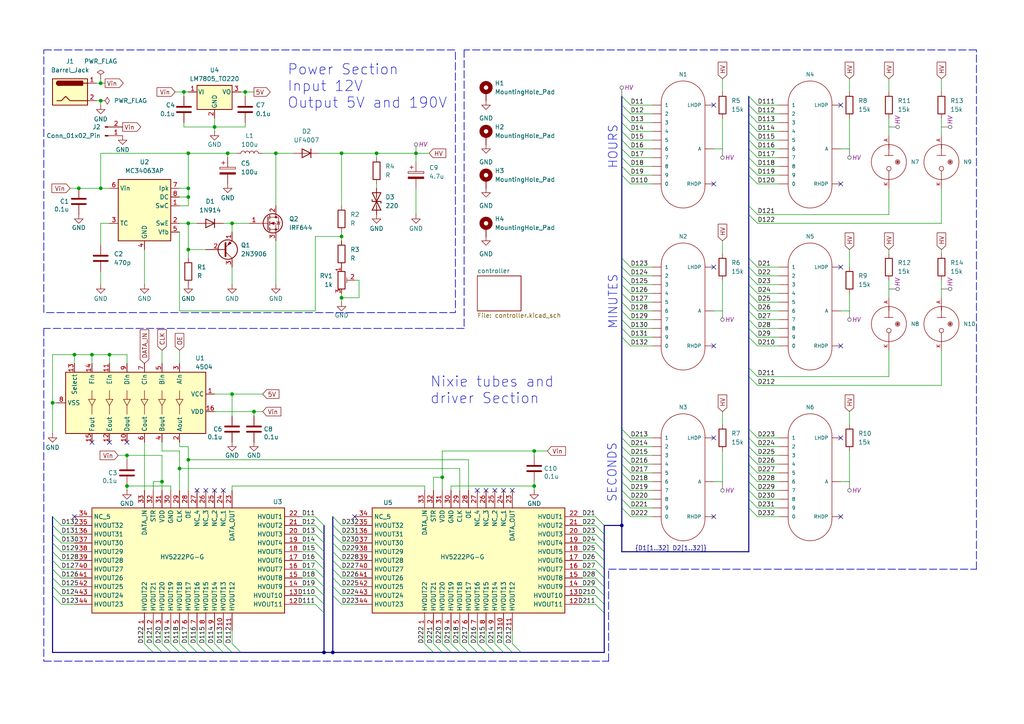
<source format=kicad_sch>
(kicad_sch (version 20231120) (generator "eeschema") (generator_version "8.0")
  (paper "A4")
  (title_block (title "Nixie Clock Project") (date "2024-10-03") (rev "1.0") (company "Pim Borman"))
  (lib_symbols
    (symbol "4xxx:4504"
      (property "Reference" "U" (at -7.62 21.59 0))
      (property "Value" "4504" (at 6.35 21.59 0))
      (symbol "4504_1_1"
        (pin power_in line (at -2.54 22.86 270) (length 2.54) (name "VCC") (number "1"))
        (pin output line (at 11.43 -2.54 180) (length 2.54) (name "Dout") (number "10"))
        (pin input line (at -11.43 -7.62 0) (length 2.54) (name "Ein") (number "11"))
        (pin output line (at 11.43 -7.62 180) (length 2.54) (name "Eout") (number "12"))
        (pin input line (at -11.43 -17.78 0) (length 2.54) (name "Select") (number "13"))
        (pin input line (at -11.43 -12.7 0) (length 2.54) (name "Fin") (number "14"))
        (pin output line (at 11.43 -12.7 180) (length 2.54) (name "Fout") (number "15"))
        (pin power_in line (at 2.54 22.86 270) (length 2.54) (name "VDD") (number "16"))
        (pin output line (at 11.43 12.7 180) (length 2.54) (name "Aout") (number "2"))
        (pin input line (at -11.43 12.7 0) (length 2.54) (name "Ain") (number "3"))
        (pin output line (at 11.43 7.62 180) (length 2.54) (name "Bout") (number "4"))
        (pin input line (at -11.43 7.62 0) (length 2.54) (name "Bin") (number "5"))
        (pin output line (at 11.43 2.54 180) (length 2.54) (name "Cout") (number "6"))
        (pin input line (at -11.43 2.54 0) (length 2.54) (name "Cin") (number "7"))
        (pin power_in line (at 0 -22.86 90) (length 2.54) (name "VSS") (number "8"))
        (pin input line (at -11.43 -2.54 0) (length 2.54) (name "Din") (number "9"))
      )
    )
    (symbol "Connector:Barrel_Jack" (pin_names (offset 1.016))
      (property "Reference" "J" (at 0 5.334 0))
      (property "Value" "Barrel_Jack" (at 0 -5.08 0))
      (symbol "Barrel_Jack_1_1"
        (pin passive line (at 7.62 2.54 180) (length 2.54) (name "~") (number "1"))
        (pin passive line (at 7.62 -2.54 180) (length 2.54) (name "~") (number "2"))
      )
    )
    (symbol "Connector:Conn_01x02_Pin" (pin_names (offset 1.016) hide)
      (property "Reference" "J" (at 0 2.54 0))
      (property "Value" "Conn_01x02_Pin" (at 0 -5.08 0))
      (symbol "Conn_01x02_Pin_1_1"
        (pin passive line (at 5.08 0 180) (length 3.81) (name "Pin_1") (number "1"))
        (pin passive line (at 5.08 -2.54 180) (length 3.81) (name "Pin_2") (number "2"))
      )
    )
    (symbol "Device:C" (pin_numbers hide) (pin_names (offset 0.254))
      (property "Reference" "C" (at 0.635 2.54 0))
      (property "Value" "C" (at 0.635 -2.54 0))
      (symbol "C_1_1"
        (pin passive line (at 0 3.81 270) (length 2.794) (name "~") (number "1"))
        (pin passive line (at 0 -3.81 90) (length 2.794) (name "~") (number "2"))
      )
    )
    (symbol "Device:C_Polarized" (pin_numbers hide) (pin_names (offset 0.254))
      (property "Reference" "C" (at 0.635 2.54 0))
      (property "Value" "C_Polarized" (at 0.635 -2.54 0))
      (symbol "C_Polarized_1_1"
        (pin passive line (at 0 3.81 270) (length 2.794) (name "~") (number "1"))
        (pin passive line (at 0 -3.81 90) (length 2.794) (name "~") (number "2"))
      )
    )
    (symbol "Device:D" (pin_numbers hide) (pin_names (offset 1.016) hide)
      (property "Reference" "D" (at 0 2.54 0))
      (property "Value" "D" (at 0 -2.54 0))
      (symbol "D_1_1"
        (pin passive line (at -3.81 0 0) (length 2.54) (name "K") (number "1"))
        (pin passive line (at 3.81 0 180) (length 2.54) (name "A") (number "2"))
      )
    )
    (symbol "Device:D_TVS" (pin_numbers hide) (pin_names (offset 1.016) hide)
      (property "Reference" "D" (at 0 2.54 0))
      (property "Value" "D_TVS" (at 0 -2.54 0))
      (symbol "D_TVS_1_1"
        (pin passive line (at -3.81 0 0) (length 2.54) (name "A1") (number "1"))
        (pin passive line (at 3.81 0 180) (length 2.54) (name "A2") (number "2"))
      )
    )
    (symbol "Device:L" (pin_numbers hide) (pin_names (offset 1.016) hide)
      (property "Reference" "L" (at -1.27 0 90))
      (property "Value" "L" (at 1.905 0 90))
      (symbol "L_1_1"
        (pin passive line (at 0 3.81 270) (length 1.27) (name "1") (number "1"))
        (pin passive line (at 0 -3.81 90) (length 1.27) (name "2") (number "2"))
      )
    )
    (symbol "Device:Q_NMOS_GDS" (pin_names (offset 0) hide)
      (property "Reference" "Q" (at 5.08 1.27 0))
      (property "Value" "Q_NMOS_GDS" (at 5.08 -1.27 0))
      (symbol "Q_NMOS_GDS_1_1"
        (pin input line (at -5.08 0 0) (length 2.54) (name "G") (number "1"))
        (pin passive line (at 2.54 5.08 270) (length 2.54) (name "D") (number "2"))
        (pin passive line (at 2.54 -5.08 90) (length 2.54) (name "S") (number "3"))
      )
    )
    (symbol "Device:R" (pin_numbers hide) (pin_names (offset 0))
      (property "Reference" "R" (at 2.032 0 90))
      (property "Value" "R" (at 0 0 90))
      (symbol "R_1_1"
        (pin passive line (at 0 3.81 270) (length 1.27) (name "~") (number "1"))
        (pin passive line (at 0 -3.81 90) (length 1.27) (name "~") (number "2"))
      )
    )
    (symbol "Device:R_Potentiometer_Trim" (pin_names (offset 1.016) hide)
      (property "Reference" "RV" (at -4.445 0 90))
      (property "Value" "R_Potentiometer_Trim" (at -2.54 0 90))
      (symbol "R_Potentiometer_Trim_1_1"
        (pin passive line (at 0 3.81 270) (length 1.27) (name "1") (number "1"))
        (pin passive line (at 3.81 0 180) (length 1.27) (name "2") (number "2"))
        (pin passive line (at 0 -3.81 90) (length 1.27) (name "3") (number "3"))
      )
    )
    (symbol "Diode:1N914" (pin_numbers hide) (pin_names hide)
      (property "Reference" "D" (at 0 2.54 0))
      (property "Value" "1N914" (at 0 -2.54 0))
      (symbol "1N914_1_1"
        (pin passive line (at -3.81 0 0) (length 2.54) (name "K") (number "1"))
        (pin passive line (at 3.81 0 180) (length 2.54) (name "A") (number "2"))
      )
    )
    (symbol "Mechanical:MountingHole_Pad" (pin_numbers hide) (pin_names (offset 1.016) hide) (exclude_from_sim yes) (in_bom no)
      (property "Reference" "H" (at 0 6.35 0))
      (property "Value" "MountingHole_Pad" (at 0 4.445 0))
      (symbol "MountingHole_Pad_1_1"
        (pin input line (at 0 -2.54 90) (length 2.54) (name "1") (number "1"))
      )
    )
    (symbol "Regulator_Linear:LM7805_TO220" (pin_names (offset 0.254))
      (property "Reference" "U" (at -3.81 3.175 0))
      (property "Value" "LM7805_TO220" (at 0 3.175 0))
      (symbol "LM7805_TO220_1_1"
        (pin power_in line (at -7.62 0 0) (length 2.54) (name "VI") (number "1"))
        (pin power_in line (at 0 -7.62 90) (length 2.54) (name "GND") (number "2"))
        (pin power_out line (at 7.62 0 180) (length 2.54) (name "VO") (number "3"))
      )
    )
    (symbol "Regulator_Switching:MC34063AP"
      (property "Reference" "U" (at -7.62 8.89 0))
      (property "Value" "MC34063AP" (at 0 8.89 0))
      (symbol "MC34063AP_1_1"
        (pin open_collector line (at 10.16 0 180) (length 2.54) (name "SwC") (number "1"))
        (pin open_emitter line (at 10.16 -5.08 180) (length 2.54) (name "SwE") (number "2"))
        (pin passive line (at -10.16 -5.08 0) (length 2.54) (name "TC") (number "3"))
        (pin power_in line (at 0 -12.7 90) (length 2.54) (name "GND") (number "4"))
        (pin input line (at 10.16 -7.62 180) (length 2.54) (name "Vfb") (number "5"))
        (pin power_in line (at -10.16 5.08 0) (length 2.54) (name "Vin") (number "6"))
        (pin input line (at 10.16 5.08 180) (length 2.54) (name "Ipk") (number "7"))
        (pin open_collector line (at 10.16 2.54 180) (length 2.54) (name "DC") (number "8"))
      )
    )
    (symbol "Transistor_BJT:2N3906" (pin_names (offset 0) hide)
      (property "Reference" "Q" (at 5.08 1.905 0))
      (property "Value" "2N3906" (at 5.08 0 0))
      (symbol "2N3906_1_1"
        (pin passive line (at 2.54 -5.08 90) (length 2.54) (name "E") (number "1"))
        (pin input line (at -5.08 0 0) (length 5.715) (name "B") (number "2"))
        (pin passive line (at 2.54 5.08 270) (length 2.54) (name "C") (number "3"))
      )
    )
    (symbol "nixie:HV5222PG-G"
      (property "Reference" "IC" (at 36.83 20.32 0))
      (property "Value" "HV5222PG-G" (at 36.83 17.78 0))
      (symbol "HV5222PG-G_1_1"
        (pin passive line (at 0 0 0) (length 5.08) (name "HVOUT22") (number "1"))
        (pin passive line (at 0 -22.86 0) (length 5.08) (name "HVOUT13") (number "10"))
        (pin passive line (at 0 -25.4 0) (length 5.08) (name "HVOUT12") (number "11"))
        (pin passive line (at 7.62 -45.72 90) (length 5.08) (name "HVOUT11") (number "12"))
        (pin passive line (at 10.16 -45.72 90) (length 5.08) (name "HVOUT10") (number "13"))
        (pin passive line (at 12.7 -45.72 90) (length 5.08) (name "HVOUT9") (number "14"))
        (pin passive line (at 15.24 -45.72 90) (length 5.08) (name "HVOUT8") (number "15"))
        (pin passive line (at 17.78 -45.72 90) (length 5.08) (name "HVOUT7") (number "16"))
        (pin passive line (at 20.32 -45.72 90) (length 5.08) (name "HVOUT6") (number "17"))
        (pin passive line (at 22.86 -45.72 90) (length 5.08) (name "HVOUT5") (number "18"))
        (pin passive line (at 25.4 -45.72 90) (length 5.08) (name "HVOUT4") (number "19"))
        (pin passive line (at 0 -2.54 0) (length 5.08) (name "HVOUT21") (number "2"))
        (pin passive line (at 27.94 -45.72 90) (length 5.08) (name "HVOUT3") (number "20"))
        (pin passive line (at 30.48 -45.72 90) (length 5.08) (name "HVOUT2") (number "21"))
        (pin passive line (at 33.02 -45.72 90) (length 5.08) (name "HVOUT1") (number "22"))
        (pin passive line (at 40.64 -25.4 180) (length 5.08) (name "DATA_OUT") (number "23"))
        (pin passive line (at 40.64 -22.86 180) (length 5.08) (name "NC_1") (number "24"))
        (pin passive line (at 40.64 -20.32 180) (length 5.08) (name "NC_2") (number "25"))
        (pin passive line (at 40.64 -17.78 180) (length 5.08) (name "NC_3") (number "26"))
        (pin passive line (at 40.64 -15.24 180) (length 5.08) (name "NC_4") (number "27"))
        (pin passive line (at 40.64 -12.7 180) (length 5.08) (name "OE") (number "28"))
        (pin passive line (at 40.64 -10.16 180) (length 5.08) (name "CLK") (number "29"))
        (pin passive line (at 0 -5.08 0) (length 5.08) (name "HVOUT20") (number "3"))
        (pin passive line (at 40.64 -7.62 180) (length 5.08) (name "GND") (number "30"))
        (pin passive line (at 40.64 -5.08 180) (length 5.08) (name "VDD") (number "31"))
        (pin passive line (at 40.64 -2.54 180) (length 5.08) (name "STR") (number "32"))
        (pin passive line (at 40.64 0 180) (length 5.08) (name "DATA_IN") (number "33"))
        (pin passive line (at 33.02 20.32 270) (length 5.08) (name "NC_5") (number "34"))
        (pin passive line (at 30.48 20.32 270) (length 5.08) (name "HVOUT32") (number "35"))
        (pin passive line (at 27.94 20.32 270) (length 5.08) (name "HVOUT31") (number "36"))
        (pin passive line (at 25.4 20.32 270) (length 5.08) (name "HVOUT30") (number "37"))
        (pin passive line (at 22.86 20.32 270) (length 5.08) (name "HVOUT29") (number "38"))
        (pin passive line (at 20.32 20.32 270) (length 5.08) (name "HVOUT28") (number "39"))
        (pin passive line (at 0 -7.62 0) (length 5.08) (name "HVOUT19") (number "4"))
        (pin passive line (at 17.78 20.32 270) (length 5.08) (name "HVOUT27") (number "40"))
        (pin passive line (at 15.24 20.32 270) (length 5.08) (name "HVOUT26") (number "41"))
        (pin passive line (at 12.7 20.32 270) (length 5.08) (name "HVOUT25") (number "42"))
        (pin passive line (at 10.16 20.32 270) (length 5.08) (name "HVOUT24") (number "43"))
        (pin passive line (at 7.62 20.32 270) (length 5.08) (name "HVOUT23") (number "44"))
        (pin passive line (at 0 -10.16 0) (length 5.08) (name "HVOUT18") (number "5"))
        (pin passive line (at 0 -12.7 0) (length 5.08) (name "HVOUT17") (number "6"))
        (pin passive line (at 0 -15.24 0) (length 5.08) (name "HVOUT16") (number "7"))
        (pin passive line (at 0 -17.78 0) (length 5.08) (name "HVOUT15") (number "8"))
        (pin passive line (at 0 -20.32 0) (length 5.08) (name "HVOUT14") (number "9"))
      )
    )
    (symbol "nixie:IN-14" (pin_numbers hide) (pin_names (offset 1.016))
      (property "Reference" "N" (at -2.54 18.415 0))
      (symbol "IN-14_1_1"
        (pin bidirectional line (at -7.62 -12.7 0) (length 2.54) (name "0") (number "0"))
        (pin bidirectional line (at -7.62 10.16 0) (length 2.54) (name "1") (number "1"))
        (pin bidirectional line (at -7.62 7.62 0) (length 2.54) (name "2") (number "2"))
        (pin bidirectional line (at -7.62 5.08 0) (length 2.54) (name "3") (number "3"))
        (pin bidirectional line (at -7.62 2.54 0) (length 2.54) (name "4") (number "4"))
        (pin bidirectional line (at -7.62 0 0) (length 2.54) (name "5") (number "5"))
        (pin bidirectional line (at -7.62 -2.54 0) (length 2.54) (name "6") (number "6"))
        (pin bidirectional line (at -7.62 -5.08 0) (length 2.54) (name "7") (number "7"))
        (pin bidirectional line (at -7.62 -7.62 0) (length 2.54) (name "8") (number "8"))
        (pin bidirectional line (at -7.62 -10.16 0) (length 2.54) (name "9") (number "9"))
        (pin bidirectional line (at 10.16 -2.54 180) (length 2.54) (name "A") (number "A"))
        (pin bidirectional line (at 10.16 10.16 180) (length 2.54) (name "LHDP") (number "LHDP"))
        (pin bidirectional line (at 10.16 -12.7 180) (length 2.54) (name "RHDP") (number "RHDP"))
      )
    )
    (symbol "nixie:IN-3" (pin_names (offset 1.016) hide)
      (property "Reference" "N" (at 1.27 3.175 0))
      (symbol "IN-3_1_1"
        (pin bidirectional line (at -2.54 -2.54 0) (length 2.54) (name "A") (number "A"))
        (pin bidirectional line (at 12.7 -2.54 180) (length 2.54) (name "K") (number "K"))
      )
    )
    (symbol "power:GND" (power) (pin_numbers hide) (pin_names (offset 0) hide)
      (property "Value" "GND" (at 0 -3.81 0))
      (symbol "GND_1_1"
        (pin power_in line (at 0 0 270) (length 0) (name "~") (number "1"))
      )
    )
    (symbol "power:PWR_FLAG" (power) (pin_numbers hide) (pin_names (offset 0) hide)
      (property "Value" "PWR_FLAG" (at 0 3.81 0))
      (symbol "PWR_FLAG_0_0"
        (pin power_out line (at 0 0 90) (length 0) (name "~") (number "1"))
      )
    )
  )
  (junction (at 54.61 57.15))
  (junction (at 66.04 44.45))
  (junction (at 52.07 135.89))
  (junction (at 54.61 64.77))
  (junction (at 73.66 119.38))
  (junction (at 154.94 130.81))
  (junction (at 99.06 44.45))
  (junction (at 99.06 68.58))
  (junction (at 96.52 189.23))
  (junction (at 54.61 54.61))
  (junction (at 93.98 189.23))
  (junction (at 21.59 102.87))
  (junction (at 120.65 44.45))
  (junction (at 29.21 54.61))
  (junction (at 22.86 54.61))
  (junction (at 80.01 44.45))
  (junction (at 128.27 138.43))
  (junction (at 180.34 152.4))
  (junction (at 36.83 132.08))
  (junction (at 109.22 44.45))
  (junction (at 31.75 102.87))
  (junction (at 26.67 102.87))
  (junction (at 46.99 139.7))
  (junction (at 53.34 26.67))
  (junction (at 54.61 72.39))
  (junction (at 54.61 133.35))
  (junction (at 29.21 29.21))
  (junction (at 62.23 36.83))
  (junction (at 67.31 64.77))
  (junction (at 67.31 114.3))
  (junction (at 15.24 116.84))
  (junction (at 71.12 26.67))
  (junction (at 99.06 86.36))
  (junction (at 29.21 24.13))
  (junction (at 36.83 140.97))
  (junction (at 154.94 140.97))
  (junction (at 54.61 44.45))
  (no_connect (at 59.69 142.24))
  (no_connect (at 243.84 149.86))
  (no_connect (at 140.97 142.24))
  (no_connect (at 207.01 127))
  (no_connect (at 243.84 100.33))
  (no_connect (at 243.84 53.34))
  (no_connect (at 207.01 77.47))
  (no_connect (at 64.77 142.24))
  (no_connect (at 143.51 142.24))
  (no_connect (at 57.15 142.24))
  (no_connect (at 36.83 128.27))
  (no_connect (at 138.43 142.24))
  (no_connect (at 243.84 127))
  (no_connect (at 62.23 142.24))
  (no_connect (at 102.87 149.86))
  (no_connect (at 207.01 30.48))
  (no_connect (at 243.84 30.48))
  (no_connect (at 21.59 149.86))
  (no_connect (at 26.67 128.27))
  (no_connect (at 31.75 128.27))
  (no_connect (at 243.84 77.47))
  (no_connect (at 207.01 53.34))
  (no_connect (at 207.01 149.86))
  (no_connect (at 207.01 100.33))
  (no_connect (at 146.05 142.24))
  (no_connect (at 148.59 142.24))
  (bus_entry (at 217.17 45.72) (size 2.54 2.54))
  (bus_entry (at 67.31 186.69) (size 2.54 2.54))
  (bus_entry (at 217.17 142.24) (size 2.54 2.54))
  (bus_entry (at 180.34 82.55) (size 2.54 2.54))
  (bus_entry (at 180.34 139.7) (size 2.54 2.54))
  (bus_entry (at 217.17 109.22) (size 2.54 2.54))
  (bus_entry (at 217.17 35.56) (size 2.54 2.54))
  (bus_entry (at 96.52 157.48) (size 2.54 2.54))
  (bus_entry (at 180.34 90.17) (size 2.54 2.54))
  (bus_entry (at 180.34 144.78) (size 2.54 2.54))
  (bus_entry (at 172.72 149.86) (size 2.54 2.54))
  (bus_entry (at 180.34 30.48) (size 2.54 2.54))
  (bus_entry (at 180.34 80.01) (size 2.54 2.54))
  (bus_entry (at 180.34 38.1) (size 2.54 2.54))
  (bus_entry (at 217.17 30.48) (size 2.54 2.54))
  (bus_entry (at 180.34 33.02) (size 2.54 2.54))
  (bus_entry (at 172.72 162.56) (size 2.54 2.54))
  (bus_entry (at 217.17 43.18) (size 2.54 2.54))
  (bus_entry (at 96.52 165.1) (size 2.54 2.54))
  (bus_entry (at 180.34 35.56) (size 2.54 2.54))
  (bus_entry (at 180.34 87.63) (size 2.54 2.54))
  (bus_entry (at 180.34 134.62) (size 2.54 2.54))
  (bus_entry (at 146.05 186.69) (size 2.54 2.54))
  (bus_entry (at 172.72 172.72) (size 2.54 2.54))
  (bus_entry (at 217.17 147.32) (size 2.54 2.54))
  (bus_entry (at 180.34 127) (size 2.54 2.54))
  (bus_entry (at 217.17 27.94) (size 2.54 2.54))
  (bus_entry (at 57.15 186.69) (size 2.54 2.54))
  (bus_entry (at 180.34 43.18) (size 2.54 2.54))
  (bus_entry (at 91.44 160.02) (size 2.54 2.54))
  (bus_entry (at 46.99 186.69) (size 2.54 2.54))
  (bus_entry (at 15.24 160.02) (size 2.54 2.54))
  (bus_entry (at 96.52 172.72) (size 2.54 2.54))
  (bus_entry (at 180.34 48.26) (size 2.54 2.54))
  (bus_entry (at 15.24 170.18) (size 2.54 2.54))
  (bus_entry (at 217.17 50.8) (size 2.54 2.54))
  (bus_entry (at 180.34 74.93) (size 2.54 2.54))
  (bus_entry (at 217.17 134.62) (size 2.54 2.54))
  (bus_entry (at 15.24 154.94) (size 2.54 2.54))
  (bus_entry (at 217.17 38.1) (size 2.54 2.54))
  (bus_entry (at 217.17 40.64) (size 2.54 2.54))
  (bus_entry (at 180.34 85.09) (size 2.54 2.54))
  (bus_entry (at 91.44 165.1) (size 2.54 2.54))
  (bus_entry (at 15.24 152.4) (size 2.54 2.54))
  (bus_entry (at 217.17 33.02) (size 2.54 2.54))
  (bus_entry (at 180.34 137.16) (size 2.54 2.54))
  (bus_entry (at 217.17 132.08) (size 2.54 2.54))
  (bus_entry (at 172.72 165.1) (size 2.54 2.54))
  (bus_entry (at 217.17 139.7) (size 2.54 2.54))
  (bus_entry (at 180.34 40.64) (size 2.54 2.54))
  (bus_entry (at 180.34 27.94) (size 2.54 2.54))
  (bus_entry (at 96.52 149.86) (size 2.54 2.54))
  (bus_entry (at 172.72 154.94) (size 2.54 2.54))
  (bus_entry (at 96.52 167.64) (size 2.54 2.54))
  (bus_entry (at 96.52 162.56) (size 2.54 2.54))
  (bus_entry (at 217.17 62.23) (size 2.54 2.54))
  (bus_entry (at 180.34 50.8) (size 2.54 2.54))
  (bus_entry (at 180.34 92.71) (size 2.54 2.54))
  (bus_entry (at 15.24 162.56) (size 2.54 2.54))
  (bus_entry (at 143.51 186.69) (size 2.54 2.54))
  (bus_entry (at 172.72 170.18) (size 2.54 2.54))
  (bus_entry (at 217.17 95.25) (size 2.54 2.54))
  (bus_entry (at 15.24 165.1) (size 2.54 2.54))
  (bus_entry (at 41.91 186.69) (size 2.54 2.54))
  (bus_entry (at 180.34 129.54) (size 2.54 2.54))
  (bus_entry (at 180.34 147.32) (size 2.54 2.54))
  (bus_entry (at 64.77 186.69) (size 2.54 2.54))
  (bus_entry (at 217.17 90.17) (size 2.54 2.54))
  (bus_entry (at 52.07 186.69) (size 2.54 2.54))
  (bus_entry (at 96.52 154.94) (size 2.54 2.54))
  (bus_entry (at 96.52 152.4) (size 2.54 2.54))
  (bus_entry (at 217.17 124.46) (size 2.54 2.54))
  (bus_entry (at 172.72 167.64) (size 2.54 2.54))
  (bus_entry (at 217.17 137.16) (size 2.54 2.54))
  (bus_entry (at 217.17 85.09) (size 2.54 2.54))
  (bus_entry (at 15.24 157.48) (size 2.54 2.54))
  (bus_entry (at 172.72 160.02) (size 2.54 2.54))
  (bus_entry (at 62.23 186.69) (size 2.54 2.54))
  (bus_entry (at 217.17 48.26) (size 2.54 2.54))
  (bus_entry (at 128.27 186.69) (size 2.54 2.54))
  (bus_entry (at 217.17 82.55) (size 2.54 2.54))
  (bus_entry (at 91.44 167.64) (size 2.54 2.54))
  (bus_entry (at 140.97 186.69) (size 2.54 2.54))
  (bus_entry (at 217.17 59.69) (size 2.54 2.54))
  (bus_entry (at 217.17 129.54) (size 2.54 2.54))
  (bus_entry (at 15.24 172.72) (size 2.54 2.54))
  (bus_entry (at 91.44 149.86) (size 2.54 2.54))
  (bus_entry (at 148.59 186.69) (size 2.54 2.54))
  (bus_entry (at 217.17 74.93) (size 2.54 2.54))
  (bus_entry (at 91.44 152.4) (size 2.54 2.54))
  (bus_entry (at 180.34 142.24) (size 2.54 2.54))
  (bus_entry (at 133.35 186.69) (size 2.54 2.54))
  (bus_entry (at 180.34 97.79) (size 2.54 2.54))
  (bus_entry (at 15.24 149.86) (size 2.54 2.54))
  (bus_entry (at 96.52 170.18) (size 2.54 2.54))
  (bus_entry (at 54.61 186.69) (size 2.54 2.54))
  (bus_entry (at 130.81 186.69) (size 2.54 2.54))
  (bus_entry (at 125.73 186.69) (size 2.54 2.54))
  (bus_entry (at 123.19 186.69) (size 2.54 2.54))
  (bus_entry (at 217.17 80.01) (size 2.54 2.54))
  (bus_entry (at 217.17 77.47) (size 2.54 2.54))
  (bus_entry (at 217.17 92.71) (size 2.54 2.54))
  (bus_entry (at 91.44 170.18) (size 2.54 2.54))
  (bus_entry (at 217.17 106.68) (size 2.54 2.54))
  (bus_entry (at 172.72 152.4) (size 2.54 2.54))
  (bus_entry (at 44.45 186.69) (size 2.54 2.54))
  (bus_entry (at 91.44 157.48) (size 2.54 2.54))
  (bus_entry (at 49.53 186.69) (size 2.54 2.54))
  (bus_entry (at 217.17 127) (size 2.54 2.54))
  (bus_entry (at 172.72 175.26) (size 2.54 2.54))
  (bus_entry (at 180.34 124.46) (size 2.54 2.54))
  (bus_entry (at 172.72 157.48) (size 2.54 2.54))
  (bus_entry (at 59.69 186.69) (size 2.54 2.54))
  (bus_entry (at 217.17 87.63) (size 2.54 2.54))
  (bus_entry (at 91.44 154.94) (size 2.54 2.54))
  (bus_entry (at 91.44 172.72) (size 2.54 2.54))
  (bus_entry (at 217.17 144.78) (size 2.54 2.54))
  (bus_entry (at 15.24 167.64) (size 2.54 2.54))
  (bus_entry (at 217.17 97.79) (size 2.54 2.54))
  (bus_entry (at 180.34 77.47) (size 2.54 2.54))
  (bus_entry (at 138.43 186.69) (size 2.54 2.54))
  (bus_entry (at 180.34 132.08) (size 2.54 2.54))
  (bus_entry (at 91.44 162.56) (size 2.54 2.54))
  (bus_entry (at 135.89 186.69) (size 2.54 2.54))
  (bus_entry (at 91.44 175.26) (size 2.54 2.54))
  (bus_entry (at 180.34 45.72) (size 2.54 2.54))
  (bus_entry (at 96.52 160.02) (size 2.54 2.54))
  (bus_entry (at 180.34 95.25) (size 2.54 2.54))
  (wire (pts (xy 54.61 64.77) (xy 57.15 64.77)))
  (wire (pts (xy 219.71 90.17) (xy 226.06 90.17)))
  (bus (pts (xy 180.34 139.7) (xy 180.34 142.24)))
  (wire (pts (xy 73.66 119.38) (xy 73.66 120.65)))
  (bus (pts (xy 180.34 152.4) (xy 175.26 152.4)))
  (wire (pts (xy 31.75 102.87) (xy 26.67 102.87)))
  (wire (pts (xy 219.71 111.76) (xy 273.05 111.76)))
  (wire (pts (xy 128.27 138.43) (xy 128.27 142.24)))
  (wire (pts (xy 53.34 26.67) (xy 54.61 26.67)))
  (wire (pts (xy 168.91 170.18) (xy 172.72 170.18)))
  (wire (pts (xy 54.61 57.15) (xy 54.61 54.61)))
  (wire (pts (xy 66.04 44.45) (xy 66.04 45.72)))
  (wire (pts (xy 154.94 130.81) (xy 158.75 130.81)))
  (wire (pts (xy 182.88 85.09) (xy 189.23 85.09)))
  (bus (pts (xy 180.34 92.71) (xy 180.34 95.25)))
  (wire (pts (xy 219.71 97.79) (xy 226.06 97.79)))
  (wire (pts (xy 123.19 140.97) (xy 123.19 142.24)))
  (wire (pts (xy 52.07 67.31) (xy 52.07 90.17)))
  (bus (pts (xy 175.26 165.1) (xy 175.26 167.64)))
  (wire (pts (xy 87.63 152.4) (xy 91.44 152.4)))
  (wire (pts (xy 182.88 35.56) (xy 189.23 35.56)))
  (wire (pts (xy 219.71 64.77) (xy 273.05 64.77)))
  (wire (pts (xy 130.81 140.97) (xy 154.94 140.97)))
  (bus (pts (xy 217.17 147.32) (xy 217.17 160.02)))
  (wire (pts (xy 99.06 157.48) (xy 102.87 157.48)))
  (bus (pts (xy 15.24 149.86) (xy 15.24 152.4)))
  (bus (pts (xy 180.34 134.62) (xy 180.34 137.16)))
  (wire (pts (xy 62.23 38.1) (xy 62.23 36.83)))
  (bus (pts (xy 217.17 48.26) (xy 217.17 50.8)))
  (wire (pts (xy 46.99 101.6) (xy 46.99 105.41)))
  (wire (pts (xy 17.78 152.4) (xy 21.59 152.4)))
  (bus (pts (xy 175.26 167.64) (xy 175.26 170.18)))
  (wire (pts (xy 27.94 24.13) (xy 29.21 24.13)))
  (wire (pts (xy 99.06 68.58) (xy 99.06 69.85)))
  (wire (pts (xy 257.81 81.28) (xy 257.81 86.36)))
  (bus (pts (xy 180.34 27.94) (xy 180.34 30.48)))
  (wire (pts (xy 219.71 53.34) (xy 226.06 53.34)))
  (wire (pts (xy 109.22 44.45) (xy 109.22 45.72)))
  (wire (pts (xy 182.88 97.79) (xy 189.23 97.79)))
  (bus (pts (xy 217.17 144.78) (xy 217.17 147.32)))
  (bus (pts (xy 175.26 160.02) (xy 175.26 162.56)))
  (bus (pts (xy 130.81 189.23) (xy 128.27 189.23)))
  (wire (pts (xy 182.88 137.16) (xy 189.23 137.16)))
  (bus (pts (xy 217.17 77.47) (xy 217.17 80.01)))
  (bus (pts (xy 217.17 90.17) (xy 217.17 92.71)))
  (bus (pts (xy 180.34 35.56) (xy 180.34 38.1)))
  (wire (pts (xy 219.71 144.78) (xy 226.06 144.78)))
  (wire (pts (xy 273.05 101.6) (xy 273.05 111.76)))
  (polyline (pts (xy 134.62 14.478) (xy 134.62 95.25)) (stroke (width 0.2) (type dash)))
  (wire (pts (xy 52.07 130.81) (xy 52.07 135.89)))
  (bus (pts (xy 96.52 172.72) (xy 96.52 189.23)))
  (bus (pts (xy 180.34 95.25) (xy 180.34 97.79)))
  (wire (pts (xy 273.05 81.28) (xy 273.05 86.36)))
  (wire (pts (xy 246.38 130.81) (xy 246.38 139.7)))
  (wire (pts (xy 257.81 62.23) (xy 257.81 54.61)))
  (wire (pts (xy 182.88 132.08) (xy 189.23 132.08)))
  (wire (pts (xy 15.24 102.87) (xy 21.59 102.87)))
  (bus (pts (xy 217.17 137.16) (xy 217.17 139.7)))
  (bus (pts (xy 93.98 157.48) (xy 93.98 160.02)))
  (bus (pts (xy 217.17 30.48) (xy 217.17 33.02)))
  (bus (pts (xy 180.34 127) (xy 180.34 129.54)))
  (wire (pts (xy 143.51 186.69) (xy 143.51 182.88)))
  (wire (pts (xy 219.71 35.56) (xy 226.06 35.56)))
  (wire (pts (xy 52.07 135.89) (xy 133.35 135.89)))
  (wire (pts (xy 67.31 140.97) (xy 123.19 140.97)))
  (wire (pts (xy 87.63 165.1) (xy 91.44 165.1)))
  (wire (pts (xy 182.88 30.48) (xy 189.23 30.48)))
  (bus (pts (xy 15.24 157.48) (xy 15.24 160.02)))
  (wire (pts (xy 99.06 44.45) (xy 109.22 44.45)))
  (wire (pts (xy 67.31 114.3) (xy 67.31 120.65)))
  (wire (pts (xy 29.21 29.21) (xy 27.94 29.21)))
  (bus (pts (xy 96.52 162.56) (xy 96.52 165.1)))
  (bus (pts (xy 175.26 152.4) (xy 175.26 154.94)))
  (wire (pts (xy 182.88 149.86) (xy 189.23 149.86)))
  (wire (pts (xy 219.71 100.33) (xy 226.06 100.33)))
  (bus (pts (xy 217.17 27.94) (xy 217.17 30.48)))
  (wire (pts (xy 182.88 82.55) (xy 189.23 82.55)))
  (wire (pts (xy 273.05 72.39) (xy 273.05 73.66)))
  (bus (pts (xy 15.24 154.94) (xy 15.24 157.48)))
  (bus (pts (xy 128.27 189.23) (xy 125.73 189.23)))
  (wire (pts (xy 52.07 135.89) (xy 52.07 142.24)))
  (bus (pts (xy 15.24 162.56) (xy 15.24 165.1)))
  (wire (pts (xy 109.22 53.34) (xy 109.22 54.61)))
  (bus (pts (xy 93.98 172.72) (xy 93.98 175.26)))
  (wire (pts (xy 29.21 54.61) (xy 29.21 44.45)))
  (bus (pts (xy 175.26 170.18) (xy 175.26 172.72)))
  (wire (pts (xy 31.75 64.77) (xy 29.21 64.77)))
  (wire (pts (xy 80.01 44.45) (xy 80.01 59.69)))
  (bus (pts (xy 96.52 189.23) (xy 93.98 189.23)))
  (wire (pts (xy 257.81 22.86) (xy 257.81 26.67)))
  (wire (pts (xy 99.06 175.26) (xy 102.87 175.26)))
  (wire (pts (xy 71.12 26.67) (xy 69.85 26.67)))
  (wire (pts (xy 76.2 119.38) (xy 73.66 119.38)))
  (wire (pts (xy 59.69 186.69) (xy 59.69 182.88)))
  (wire (pts (xy 67.31 182.88) (xy 67.31 186.69)))
  (wire (pts (xy 46.99 132.08) (xy 36.83 132.08)))
  (wire (pts (xy 182.88 134.62) (xy 189.23 134.62)))
  (wire (pts (xy 219.71 87.63) (xy 226.06 87.63)))
  (wire (pts (xy 73.66 119.38) (xy 62.23 119.38)))
  (wire (pts (xy 219.71 142.24) (xy 226.06 142.24)))
  (wire (pts (xy 104.14 81.28) (xy 104.14 86.36)))
  (wire (pts (xy 182.88 95.25) (xy 189.23 95.25)))
  (bus (pts (xy 54.61 189.23) (xy 52.07 189.23)))
  (bus (pts (xy 217.17 43.18) (xy 217.17 45.72)))
  (bus (pts (xy 62.23 189.23) (xy 59.69 189.23)))
  (wire (pts (xy 20.32 54.61) (xy 22.86 54.61)))
  (bus (pts (xy 180.34 152.4) (xy 180.34 160.02)))
  (wire (pts (xy 182.88 87.63) (xy 189.23 87.63)))
  (bus (pts (xy 93.98 165.1) (xy 93.98 167.64)))
  (wire (pts (xy 29.21 24.13) (xy 30.48 24.13)))
  (wire (pts (xy 76.2 114.3) (xy 67.31 114.3)))
  (bus (pts (xy 143.51 189.23) (xy 140.97 189.23)))
  (wire (pts (xy 87.63 157.48) (xy 91.44 157.48)))
  (wire (pts (xy 52.07 57.15) (xy 54.61 57.15)))
  (wire (pts (xy 182.88 48.26) (xy 189.23 48.26)))
  (wire (pts (xy 52.07 128.27) (xy 52.07 129.54)))
  (wire (pts (xy 219.71 149.86) (xy 226.06 149.86)))
  (wire (pts (xy 257.81 101.6) (xy 257.81 109.22)))
  (wire (pts (xy 219.71 45.72) (xy 226.06 45.72)))
  (bus (pts (xy 180.34 50.8) (xy 180.34 74.93)))
  (wire (pts (xy 182.88 33.02) (xy 189.23 33.02)))
  (wire (pts (xy 52.07 64.77) (xy 54.61 64.77)))
  (bus (pts (xy 217.17 97.79) (xy 217.17 106.68)))
  (wire (pts (xy 209.55 139.7) (xy 207.01 139.7)))
  (bus (pts (xy 180.34 43.18) (xy 180.34 45.72)))
  (wire (pts (xy 246.38 34.29) (xy 246.38 43.18)))
  (wire (pts (xy 87.63 162.56) (xy 91.44 162.56)))
  (wire (pts (xy 146.05 186.69) (xy 146.05 182.88)))
  (bus (pts (xy 15.24 165.1) (xy 15.24 167.64)))
  (bus (pts (xy 93.98 189.23) (xy 69.85 189.23)))
  (wire (pts (xy 99.06 86.36) (xy 99.06 85.09)))
  (wire (pts (xy 209.55 130.81) (xy 209.55 139.7)))
  (wire (pts (xy 219.71 82.55) (xy 226.06 82.55)))
  (wire (pts (xy 154.94 132.08) (xy 154.94 130.81)))
  (wire (pts (xy 99.06 44.45) (xy 99.06 59.69)))
  (wire (pts (xy 125.73 186.69) (xy 125.73 182.88)))
  (wire (pts (xy 209.55 69.85) (xy 209.55 73.66)))
  (wire (pts (xy 99.06 154.94) (xy 102.87 154.94)))
  (bus (pts (xy 217.17 124.46) (xy 217.17 127)))
  (bus (pts (xy 135.89 189.23) (xy 133.35 189.23)))
  (wire (pts (xy 219.71 85.09) (xy 226.06 85.09)))
  (wire (pts (xy 36.83 105.41) (xy 36.83 102.87)))
  (wire (pts (xy 36.83 133.35) (xy 36.83 132.08)))
  (wire (pts (xy 41.91 186.69) (xy 41.91 182.88)))
  (wire (pts (xy 168.91 167.64) (xy 172.72 167.64)))
  (bus (pts (xy 217.17 142.24) (xy 217.17 144.78)))
  (wire (pts (xy 54.61 59.69) (xy 54.61 57.15)))
  (wire (pts (xy 53.34 35.56) (xy 53.34 36.83)))
  (wire (pts (xy 31.75 54.61) (xy 29.21 54.61)))
  (bus (pts (xy 93.98 154.94) (xy 93.98 157.48)))
  (bus (pts (xy 59.69 189.23) (xy 57.15 189.23)))
  (bus (pts (xy 217.17 59.69) (xy 217.17 62.23)))
  (bus (pts (xy 217.17 80.01) (xy 217.17 82.55)))
  (wire (pts (xy 219.71 134.62) (xy 226.06 134.62)))
  (bus (pts (xy 180.34 160.02) (xy 217.17 160.02)))
  (wire (pts (xy 54.61 44.45) (xy 66.04 44.45)))
  (wire (pts (xy 76.2 44.45) (xy 80.01 44.45)))
  (polyline (pts (xy 176.53 191.77) (xy 176.53 165.1)) (stroke (width 0.2) (type dash)))
  (wire (pts (xy 125.73 138.43) (xy 128.27 138.43)))
  (wire (pts (xy 120.65 44.45) (xy 124.46 44.45)))
  (wire (pts (xy 128.27 186.69) (xy 128.27 182.88)))
  (wire (pts (xy 67.31 64.77) (xy 67.31 67.31)))
  (wire (pts (xy 52.07 186.69) (xy 52.07 182.88)))
  (polyline (pts (xy 12.7 191.77) (xy 176.53 191.77)) (stroke (width 0.2) (type dash)))
  (polyline (pts (xy 283.21 14.478) (xy 134.62 14.478)) (stroke (width 0.2) (type dash)))
  (wire (pts (xy 22.86 54.61) (xy 29.21 54.61)))
  (wire (pts (xy 67.31 82.55) (xy 67.31 77.47)))
  (bus (pts (xy 175.26 175.26) (xy 175.26 177.8)))
  (wire (pts (xy 182.88 80.01) (xy 189.23 80.01)))
  (wire (pts (xy 168.91 165.1) (xy 172.72 165.1)))
  (bus (pts (xy 93.98 175.26) (xy 93.98 177.8)))
  (wire (pts (xy 168.91 152.4) (xy 172.72 152.4)))
  (bus (pts (xy 175.26 157.48) (xy 175.26 160.02)))
  (bus (pts (xy 175.26 162.56) (xy 175.26 165.1)))
  (bus (pts (xy 175.26 154.94) (xy 175.26 157.48)))
  (bus (pts (xy 96.52 165.1) (xy 96.52 167.64)))
  (wire (pts (xy 219.71 77.47) (xy 226.06 77.47)))
  (bus (pts (xy 180.34 144.78) (xy 180.34 147.32)))
  (bus (pts (xy 93.98 167.64) (xy 93.98 170.18)))
  (bus (pts (xy 148.59 189.23) (xy 146.05 189.23)))
  (wire (pts (xy 246.38 139.7) (xy 243.84 139.7)))
  (wire (pts (xy 15.24 125.73) (xy 15.24 116.84)))
  (wire (pts (xy 219.71 43.18) (xy 226.06 43.18)))
  (wire (pts (xy 182.88 45.72) (xy 189.23 45.72)))
  (wire (pts (xy 52.07 59.69) (xy 54.61 59.69)))
  (bus (pts (xy 180.34 147.32) (xy 180.34 152.4)))
  (bus (pts (xy 133.35 189.23) (xy 130.81 189.23)))
  (wire (pts (xy 91.44 68.58) (xy 91.44 90.17)))
  (wire (pts (xy 168.91 172.72) (xy 172.72 172.72)))
  (wire (pts (xy 50.8 26.67) (xy 53.34 26.67)))
  (wire (pts (xy 209.55 119.38) (xy 209.55 123.19)))
  (bus (pts (xy 217.17 85.09) (xy 217.17 87.63)))
  (bus (pts (xy 180.34 82.55) (xy 180.34 85.09)))
  (wire (pts (xy 44.45 186.69) (xy 44.45 182.88)))
  (wire (pts (xy 182.88 92.71) (xy 189.23 92.71)))
  (bus (pts (xy 180.34 30.48) (xy 180.34 33.02)))
  (bus (pts (xy 175.26 177.8) (xy 175.26 189.23)))
  (wire (pts (xy 87.63 149.86) (xy 91.44 149.86)))
  (wire (pts (xy 71.12 35.56) (xy 71.12 36.83)))
  (wire (pts (xy 80.01 82.55) (xy 80.01 69.85)))
  (wire (pts (xy 87.63 175.26) (xy 91.44 175.26)))
  (wire (pts (xy 15.24 102.87) (xy 15.24 116.84)))
  (wire (pts (xy 46.99 186.69) (xy 46.99 182.88)))
  (wire (pts (xy 246.38 85.09) (xy 246.38 90.17)))
  (bus (pts (xy 15.24 152.4) (xy 15.24 154.94)))
  (bus (pts (xy 140.97 189.23) (xy 138.43 189.23)))
  (wire (pts (xy 99.06 167.64) (xy 102.87 167.64)))
  (wire (pts (xy 257.81 34.29) (xy 257.81 39.37)))
  (bus (pts (xy 96.52 167.64) (xy 96.52 170.18)))
  (wire (pts (xy 52.07 54.61) (xy 54.61 54.61)))
  (wire (pts (xy 209.55 34.29) (xy 209.55 43.18)))
  (bus (pts (xy 217.17 74.93) (xy 217.17 77.47)))
  (wire (pts (xy 135.89 186.69) (xy 135.89 182.88)))
  (bus (pts (xy 151.13 189.23) (xy 148.59 189.23)))
  (bus (pts (xy 125.73 189.23) (xy 96.52 189.23)))
  (wire (pts (xy 92.71 44.45) (xy 99.06 44.45)))
  (wire (pts (xy 154.94 142.24) (xy 154.94 140.97)))
  (bus (pts (xy 96.52 170.18) (xy 96.52 172.72)))
  (wire (pts (xy 87.63 154.94) (xy 91.44 154.94)))
  (bus (pts (xy 93.98 177.8) (xy 93.98 189.23)))
  (wire (pts (xy 219.71 33.02) (xy 226.06 33.02)))
  (bus (pts (xy 217.17 50.8) (xy 217.17 59.69)))
  (wire (pts (xy 219.71 48.26) (xy 226.06 48.26)))
  (wire (pts (xy 17.78 157.48) (xy 21.59 157.48)))
  (wire (pts (xy 133.35 186.69) (xy 133.35 182.88)))
  (bus (pts (xy 217.17 127) (xy 217.17 129.54)))
  (wire (pts (xy 257.81 72.39) (xy 257.81 73.66)))
  (bus (pts (xy 180.34 137.16) (xy 180.34 139.7)))
  (wire (pts (xy 46.99 139.7) (xy 46.99 142.24)))
  (wire (pts (xy 219.71 132.08) (xy 226.06 132.08)))
  (bus (pts (xy 217.17 45.72) (xy 217.17 48.26)))
  (bus (pts (xy 180.34 85.09) (xy 180.34 87.63)))
  (wire (pts (xy 168.91 162.56) (xy 172.72 162.56)))
  (wire (pts (xy 209.55 22.86) (xy 209.55 26.67)))
  (wire (pts (xy 26.67 102.87) (xy 26.67 105.41)))
  (wire (pts (xy 17.78 167.64) (xy 21.59 167.64)))
  (wire (pts (xy 273.05 34.29) (xy 273.05 39.37)))
  (wire (pts (xy 99.06 87.63) (xy 99.06 86.36)))
  (wire (pts (xy 62.23 186.69) (xy 62.23 182.88)))
  (wire (pts (xy 49.53 186.69) (xy 49.53 182.88)))
  (wire (pts (xy 46.99 132.08) (xy 46.99 139.7)))
  (wire (pts (xy 67.31 140.97) (xy 67.31 142.24)))
  (wire (pts (xy 182.88 127) (xy 189.23 127)))
  (wire (pts (xy 219.71 95.25) (xy 226.06 95.25)))
  (wire (pts (xy 120.65 62.23) (xy 120.65 54.61)))
  (bus (pts (xy 217.17 62.23) (xy 217.17 74.93)))
  (wire (pts (xy 29.21 78.74) (xy 29.21 82.55)))
  (bus (pts (xy 15.24 167.64) (xy 15.24 170.18)))
  (bus (pts (xy 180.34 80.01) (xy 180.34 82.55)))
  (wire (pts (xy 17.78 172.72) (xy 21.59 172.72)))
  (wire (pts (xy 99.06 162.56) (xy 102.87 162.56)))
  (wire (pts (xy 99.06 152.4) (xy 102.87 152.4)))
  (bus (pts (xy 96.52 152.4) (xy 96.52 154.94)))
  (bus (pts (xy 217.17 87.63) (xy 217.17 90.17)))
  (wire (pts (xy 130.81 186.69) (xy 130.81 182.88)))
  (wire (pts (xy 64.77 186.69) (xy 64.77 182.88)))
  (wire (pts (xy 36.83 140.97) (xy 36.83 142.24)))
  (wire (pts (xy 54.61 186.69) (xy 54.61 182.88)))
  (wire (pts (xy 52.07 90.17) (xy 91.44 90.17)))
  (bus (pts (xy 217.17 134.62) (xy 217.17 137.16)))
  (wire (pts (xy 29.21 22.86) (xy 29.21 24.13)))
  (wire (pts (xy 46.99 130.81) (xy 52.07 130.81)))
  (bus (pts (xy 180.34 33.02) (xy 180.34 35.56)))
  (wire (pts (xy 182.88 147.32) (xy 189.23 147.32)))
  (wire (pts (xy 53.34 36.83) (xy 62.23 36.83)))
  (bus (pts (xy 93.98 160.02) (xy 93.98 162.56)))
  (wire (pts (xy 182.88 50.8) (xy 189.23 50.8)))
  (bus (pts (xy 96.52 154.94) (xy 96.52 157.48)))
  (wire (pts (xy 219.71 30.48) (xy 226.06 30.48)))
  (wire (pts (xy 148.59 182.88) (xy 148.59 186.69)))
  (wire (pts (xy 209.55 43.18) (xy 207.01 43.18)))
  (wire (pts (xy 87.63 170.18) (xy 91.44 170.18)))
  (bus (pts (xy 96.52 149.86) (xy 96.52 152.4)))
  (wire (pts (xy 130.81 142.24) (xy 130.81 140.97)))
  (bus (pts (xy 64.77 189.23) (xy 62.23 189.23)))
  (wire (pts (xy 246.38 72.39) (xy 246.38 77.47)))
  (wire (pts (xy 168.91 157.48) (xy 172.72 157.48)))
  (bus (pts (xy 69.85 189.23) (xy 67.31 189.23)))
  (wire (pts (xy 52.07 101.6) (xy 52.07 105.41)))
  (wire (pts (xy 31.75 102.87) (xy 31.75 105.41)))
  (wire (pts (xy 168.91 175.26) (xy 172.72 175.26)))
  (wire (pts (xy 219.71 92.71) (xy 226.06 92.71)))
  (bus (pts (xy 15.24 160.02) (xy 15.24 162.56)))
  (wire (pts (xy 87.63 172.72) (xy 91.44 172.72)))
  (wire (pts (xy 154.94 140.97) (xy 154.94 139.7)))
  (wire (pts (xy 46.99 128.27) (xy 46.99 130.81)))
  (bus (pts (xy 217.17 106.68) (xy 217.17 109.22)))
  (wire (pts (xy 138.43 186.69) (xy 138.43 182.88)))
  (bus (pts (xy 217.17 129.54) (xy 217.17 132.08)))
  (wire (pts (xy 219.71 62.23) (xy 257.81 62.23)))
  (bus (pts (xy 217.17 35.56) (xy 217.17 38.1)))
  (wire (pts (xy 125.73 138.43) (xy 125.73 142.24)))
  (bus (pts (xy 57.15 189.23) (xy 54.61 189.23)))
  (wire (pts (xy 68.58 44.45) (xy 66.04 44.45)))
  (wire (pts (xy 87.63 160.02) (xy 91.44 160.02)))
  (wire (pts (xy 29.21 30.48) (xy 29.21 29.21)))
  (wire (pts (xy 182.88 100.33) (xy 189.23 100.33)))
  (wire (pts (xy 219.71 50.8) (xy 226.06 50.8)))
  (wire (pts (xy 182.88 38.1) (xy 189.23 38.1)))
  (wire (pts (xy 182.88 53.34) (xy 189.23 53.34)))
  (wire (pts (xy 87.63 167.64) (xy 91.44 167.64)))
  (wire (pts (xy 219.71 38.1) (xy 226.06 38.1)))
  (bus (pts (xy 217.17 38.1) (xy 217.17 40.64)))
  (bus (pts (xy 52.07 189.23) (xy 49.53 189.23)))
  (wire (pts (xy 36.83 102.87) (xy 31.75 102.87)))
  (wire (pts (xy 54.61 54.61) (xy 54.61 44.45)))
  (wire (pts (xy 99.06 170.18) (xy 102.87 170.18)))
  (wire (pts (xy 99.06 67.31) (xy 99.06 68.58)))
  (bus (pts (xy 180.34 142.24) (xy 180.34 144.78)))
  (wire (pts (xy 246.38 119.38) (xy 246.38 123.19)))
  (bus (pts (xy 180.34 87.63) (xy 180.34 90.17)))
  (bus (pts (xy 180.34 97.79) (xy 180.34 124.46)))
  (wire (pts (xy 109.22 44.45) (xy 120.65 44.45)))
  (wire (pts (xy 54.61 133.35) (xy 54.61 142.24)))
  (wire (pts (xy 168.91 154.94) (xy 172.72 154.94)))
  (wire (pts (xy 219.71 147.32) (xy 226.06 147.32)))
  (bus (pts (xy 175.26 172.72) (xy 175.26 175.26)))
  (wire (pts (xy 182.88 43.18) (xy 189.23 43.18)))
  (wire (pts (xy 67.31 114.3) (xy 62.23 114.3)))
  (wire (pts (xy 64.77 64.77) (xy 67.31 64.77)))
  (wire (pts (xy 246.38 90.17) (xy 243.84 90.17)))
  (bus (pts (xy 180.34 45.72) (xy 180.34 48.26)))
  (bus (pts (xy 93.98 170.18) (xy 93.98 172.72)))
  (wire (pts (xy 54.61 129.54) (xy 52.07 129.54)))
  (wire (pts (xy 17.78 170.18) (xy 21.59 170.18)))
  (bus (pts (xy 217.17 132.08) (xy 217.17 134.62)))
  (wire (pts (xy 219.71 109.22) (xy 257.81 109.22)))
  (wire (pts (xy 41.91 82.55) (xy 41.91 72.39)))
  (wire (pts (xy 182.88 77.47) (xy 189.23 77.47)))
  (bus (pts (xy 217.17 95.25) (xy 217.17 97.79)))
  (wire (pts (xy 135.89 133.35) (xy 135.89 142.24)))
  (bus (pts (xy 180.34 90.17) (xy 180.34 92.71)))
  (wire (pts (xy 219.71 80.01) (xy 226.06 80.01)))
  (wire (pts (xy 49.53 140.97) (xy 36.83 140.97)))
  (bus (pts (xy 217.17 82.55) (xy 217.17 85.09)))
  (wire (pts (xy 182.88 139.7) (xy 189.23 139.7)))
  (wire (pts (xy 54.61 133.35) (xy 135.89 133.35)))
  (wire (pts (xy 168.91 160.02) (xy 172.72 160.02)))
  (bus (pts (xy 96.52 160.02) (xy 96.52 162.56)))
  (wire (pts (xy 53.34 26.67) (xy 53.34 27.94)))
  (bus (pts (xy 217.17 92.71) (xy 217.17 95.25)))
  (wire (pts (xy 29.21 64.77) (xy 29.21 71.12)))
  (bus (pts (xy 46.99 189.23) (xy 44.45 189.23)))
  (wire (pts (xy 219.71 137.16) (xy 226.06 137.16)))
  (wire (pts (xy 54.61 129.54) (xy 54.61 133.35)))
  (wire (pts (xy 17.78 175.26) (xy 21.59 175.26)))
  (wire (pts (xy 91.44 68.58) (xy 99.06 68.58)))
  (wire (pts (xy 99.06 165.1) (xy 102.87 165.1)))
  (wire (pts (xy 246.38 43.18) (xy 243.84 43.18)))
  (bus (pts (xy 15.24 170.18) (xy 15.24 172.72)))
  (wire (pts (xy 128.27 130.81) (xy 154.94 130.81)))
  (bus (pts (xy 44.45 189.23) (xy 15.24 189.23)))
  (bus (pts (xy 96.52 157.48) (xy 96.52 160.02)))
  (wire (pts (xy 219.71 129.54) (xy 226.06 129.54)))
  (wire (pts (xy 71.12 36.83) (xy 62.23 36.83)))
  (bus (pts (xy 146.05 189.23) (xy 143.51 189.23)))
  (wire (pts (xy 120.65 44.45) (xy 120.65 46.99)))
  (wire (pts (xy 36.83 132.08) (xy 34.29 132.08)))
  (bus (pts (xy 180.34 129.54) (xy 180.34 132.08)))
  (wire (pts (xy 44.45 139.7) (xy 44.45 142.24)))
  (wire (pts (xy 17.78 160.02) (xy 21.59 160.02)))
  (wire (pts (xy 71.12 26.67) (xy 71.12 27.94)))
  (wire (pts (xy 273.05 22.86) (xy 273.05 26.67)))
  (wire (pts (xy 17.78 154.94) (xy 21.59 154.94)))
  (bus (pts (xy 180.34 48.26) (xy 180.34 50.8)))
  (wire (pts (xy 128.27 130.81) (xy 128.27 138.43)))
  (bus (pts (xy 180.34 40.64) (xy 180.34 43.18)))
  (wire (pts (xy 57.15 186.69) (xy 57.15 182.88)))
  (bus (pts (xy 175.26 189.23) (xy 151.13 189.23)))
  (wire (pts (xy 67.31 64.77) (xy 72.39 64.77)))
  (wire (pts (xy 209.55 81.28) (xy 209.55 90.17)))
  (wire (pts (xy 273.05 64.77) (xy 273.05 54.61)))
  (wire (pts (xy 29.21 44.45) (xy 54.61 44.45)))
  (wire (pts (xy 123.19 186.69) (xy 123.19 182.88)))
  (wire (pts (xy 62.23 36.83) (xy 62.23 34.29)))
  (wire (pts (xy 49.53 142.24) (xy 49.53 140.97)))
  (bus (pts (xy 180.34 74.93) (xy 180.34 77.47)))
  (bus (pts (xy 67.31 189.23) (xy 64.77 189.23)))
  (wire (pts (xy 246.38 22.86) (xy 246.38 26.67)))
  (wire (pts (xy 182.88 90.17) (xy 189.23 90.17)))
  (wire (pts (xy 46.99 139.7) (xy 44.45 139.7)))
  (bus (pts (xy 138.43 189.23) (xy 135.89 189.23)))
  (wire (pts (xy 182.88 129.54) (xy 189.23 129.54)))
  (polyline (pts (xy 283.21 165.1) (xy 283.21 14.478)) (stroke (width 0.2) (type dash)))
  (wire (pts (xy 99.06 160.02) (xy 102.87 160.02)))
  (polyline (pts (xy 176.53 165.1) (xy 283.21 165.1)) (stroke (width 0.2) (type dash)))
  (bus (pts (xy 93.98 162.56) (xy 93.98 165.1)))
  (bus (pts (xy 217.17 109.22) (xy 217.17 124.46)))
  (wire (pts (xy 21.59 102.87) (xy 21.59 105.41)))
  (wire (pts (xy 219.71 127) (xy 226.06 127)))
  (bus (pts (xy 49.53 189.23) (xy 46.99 189.23)))
  (wire (pts (xy 54.61 72.39) (xy 54.61 64.77)))
  (wire (pts (xy 209.55 90.17) (xy 207.01 90.17)))
  (wire (pts (xy 59.69 72.39) (xy 54.61 72.39)))
  (wire (pts (xy 54.61 72.39) (xy 54.61 74.93)))
  (wire (pts (xy 182.88 142.24) (xy 189.23 142.24)))
  (wire (pts (xy 182.88 40.64) (xy 189.23 40.64)))
  (wire (pts (xy 26.67 102.87) (xy 21.59 102.87)))
  (wire (pts (xy 41.91 128.27) (xy 41.91 142.24)))
  (bus (pts (xy 180.34 132.08) (xy 180.34 134.62)))
  (wire (pts (xy 168.91 149.86) (xy 172.72 149.86)))
  (bus (pts (xy 93.98 152.4) (xy 93.98 154.94)))
  (wire (pts (xy 85.09 44.45) (xy 80.01 44.45)))
  (wire (pts (xy 219.71 139.7) (xy 226.06 139.7)))
  (polyline (pts (xy 12.7 95.25) (xy 12.7 191.77)) (stroke (width 0.2) (type dash)))
  (bus (pts (xy 180.34 124.46) (xy 180.34 127)))
  (bus (pts (xy 217.17 139.7) (xy 217.17 142.24)))
  (wire (pts (xy 99.06 172.72) (xy 102.87 172.72)))
  (wire (pts (xy 102.87 81.28) (xy 104.14 81.28)))
  (wire (pts (xy 133.35 135.89) (xy 133.35 142.24)))
  (bus (pts (xy 217.17 33.02) (xy 217.17 35.56)))
  (bus (pts (xy 15.24 172.72) (xy 15.24 189.23)))
  (wire (pts (xy 15.24 116.84) (xy 16.51 116.84)))
  (wire (pts (xy 104.14 86.36) (xy 99.06 86.36)))
  (wire (pts (xy 219.71 40.64) (xy 226.06 40.64)))
  (bus (pts (xy 180.34 77.47) (xy 180.34 80.01)))
  (wire (pts (xy 140.97 186.69) (xy 140.97 182.88)))
  (wire (pts (xy 17.78 165.1) (xy 21.59 165.1)))
  (wire (pts (xy 73.66 26.67) (xy 71.12 26.67)))
  (polyline (pts (xy 134.62 95.25) (xy 12.7 95.25)) (stroke (width 0.2) (type dash)))
  (wire (pts (xy 17.78 162.56) (xy 21.59 162.56)))
  (bus (pts (xy 217.17 40.64) (xy 217.17 43.18)))
  (bus (pts (xy 180.34 38.1) (xy 180.34 40.64)))
  (wire (pts (xy 182.88 144.78) (xy 189.23 144.78)))
  (rectangle (start 12.7 14.478) (end 132.08 90.678) (stroke (width 0.2) (type dash)))
  (text "MINUTES\n" (at 177.8 87.63 90) (effects (font (size 2.5 2.5))))
  (text "SECONDS\n" (at 177.546 137.16 90) (effects (font (size 2.5 2.5))))
  (text "Power Section\nInput 12V\nOutput 5V and 190V" (at 83.312 25.146 0) (effects (font (size 3 3)) (justify left)))
  (text "HOURS" (at 177.8 42.672 90) (effects (font (size 2.5 2.5))))
  (text "Nixie tubes and \ndriver Section" (at 124.714 113.284 0) (effects (font (size 3 3)) (justify left)))
  (label "D23" (at 172.72 154.94 180))
  (label "D131" (at 17.78 154.94 0))
  (label "D227" (at 99.06 165.1 0))
  (label "D112" (at 67.31 186.69 90))
  (label "D217" (at 135.89 186.69 90))
  (label "D112" (at 219.71 33.02 0))
  (label "D111" (at 91.44 175.26 180))
  (label "D14" (at 91.44 157.48 180))
  (label "D26" (at 219.71 90.17 0))
  (label "D214" (at 182.88 129.54 0))
  (label "D127" (at 182.88 87.63 0))
  (label "D214" (at 143.51 186.69 90))
  (label "D118" (at 219.71 48.26 0))
  (label "D18" (at 182.88 48.26 0))
  (label "D21" (at 172.72 149.86 180))
  (label "D226" (at 99.06 167.64 0))
  (label "D222" (at 182.88 149.86 0))
  (label "D16" (at 91.44 162.56 180))
  (label "D15" (at 182.88 40.64 0))
  (label "D230" (at 99.06 157.48 0))
  (label "D228" (at 99.06 162.56 0))
  (label "{D1[1..32] D2[1..32]}" (at 184.15 160.02 0))
  (label "D228" (at 219.71 139.7 0))
  (label "D213" (at 182.88 127 0))
  (label "D19" (at 182.88 50.8 0))
  (label "D29" (at 172.72 170.18 180))
  (label "D125" (at 182.88 82.55 0))
  (label "D223" (at 99.06 175.26 0))
  (label "D215" (at 140.97 186.69 90))
  (label "D223" (at 219.71 127 0))
  (label "D116" (at 57.15 186.69 90))
  (label "D16" (at 182.88 43.18 0))
  (label "D219" (at 130.81 186.69 90))
  (label "D127" (at 17.78 165.1 0))
  (label "D25" (at 172.72 160.02 180))
  (label "D129" (at 182.88 92.71 0))
  (label "D115" (at 59.69 186.69 90))
  (label "D111" (at 219.71 30.48 0))
  (label "D232" (at 99.06 152.4 0))
  (label "D27" (at 219.71 92.71 0))
  (label "D213" (at 146.05 186.69 90))
  (label "D126" (at 17.78 167.64 0))
  (label "D225" (at 219.71 132.08 0))
  (label "D121" (at 44.45 186.69 90))
  (label "D123" (at 182.88 77.47 0))
  (label "D28" (at 172.72 167.64 180))
  (label "D210" (at 172.72 172.72 180))
  (label "D13" (at 182.88 35.56 0))
  (label "D225" (at 99.06 170.18 0))
  (label "D221" (at 125.73 186.69 90))
  (label "D119" (at 219.71 50.8 0))
  (label "D128" (at 182.88 90.17 0))
  (label "D110" (at 182.88 53.34 0))
  (label "D119" (at 49.53 186.69 90))
  (label "D11" (at 182.88 30.48 0))
  (label "D218" (at 133.35 186.69 90))
  (label "D113" (at 219.71 35.56 0))
  (label "D230" (at 219.71 144.78 0))
  (label "D113" (at 64.77 186.69 90))
  (label "D226" (at 219.71 134.62 0))
  (label "D27" (at 172.72 165.1 180))
  (label "D126" (at 182.88 85.09 0))
  (label "D117" (at 54.61 186.69 90))
  (label "D132" (at 182.88 100.33 0))
  (label "D12" (at 91.44 152.4 180))
  (label "D124" (at 182.88 80.01 0))
  (label "D210" (at 219.71 100.33 0))
  (label "D19" (at 91.44 170.18 180))
  (label "D220" (at 128.27 186.69 90))
  (label "D216" (at 138.43 186.69 90))
  (label "D231" (at 219.71 147.32 0))
  (label "D131" (at 182.88 97.79 0))
  (label "D227" (at 219.71 137.16 0))
  (label "D28" (at 219.71 95.25 0))
  (label "D23" (at 219.71 82.55 0))
  (label "D125" (at 17.78 170.18 0))
  (label "D24" (at 172.72 157.48 180))
  (label "D114" (at 219.71 38.1 0))
  (label "D116" (at 219.71 43.18 0))
  (label "D215" (at 182.88 132.08 0))
  (label "D128" (at 17.78 162.56 0))
  (label "D211" (at 219.71 109.22 0))
  (label "D17" (at 91.44 165.1 180))
  (label "D117" (at 219.71 45.72 0))
  (label "D217" (at 182.88 137.16 0))
  (label "D25" (at 219.71 87.63 0))
  (label "D211" (at 172.72 175.26 180))
  (label "D18" (at 91.44 167.64 180))
  (label "D115" (at 219.71 40.64 0))
  (label "D218" (at 182.88 139.7 0))
  (label "D132" (at 17.78 152.4 0))
  (label "D12" (at 182.88 33.02 0))
  (label "D118" (at 52.07 186.69 90))
  (label "D122" (at 41.91 186.69 90))
  (label "D224" (at 219.71 129.54 0))
  (label "D219" (at 182.88 142.24 0))
  (label "D222" (at 123.19 186.69 90))
  (label "D120" (at 46.99 186.69 90))
  (label "D29" (at 219.71 97.79 0))
  (label "D229" (at 219.71 142.24 0))
  (label "D220" (at 182.88 144.78 0))
  (label "D120" (at 219.71 53.34 0))
  (label "D216" (at 182.88 134.62 0))
  (label "D224" (at 99.06 172.72 0))
  (label "D114" (at 62.23 186.69 90))
  (label "D22" (at 172.72 152.4 180))
  (label "D26" (at 172.72 162.56 180))
  (label "D21" (at 219.71 77.47 0))
  (label "D122" (at 219.71 64.77 0))
  (label "D229" (at 99.06 160.02 0))
  (label "D129" (at 17.78 160.02 0))
  (label "D123" (at 17.78 175.26 0))
  (label "D14" (at 182.88 38.1 0))
  (label "D13" (at 91.44 154.94 180))
  (label "D110" (at 91.44 172.72 180))
  (label "D231" (at 99.06 154.94 0))
  (label "D22" (at 219.71 80.01 0))
  (label "D130" (at 182.88 95.25 0))
  (label "D124" (at 17.78 172.72 0))
  (label "D15" (at 91.44 160.02 180))
  (label "D24" (at 219.71 85.09 0))
  (label "D232" (at 219.71 149.86 0))
  (label "D212" (at 219.71 111.76 0))
  (label "D121" (at 219.71 62.23 0))
  (label "D11" (at 91.44 149.86 180))
  (label "D221" (at 182.88 147.32 0))
  (label "D130" (at 17.78 157.48 0))
  (label "D17" (at 182.88 45.72 0))
  (label "D212" (at 148.59 186.69 90))
  (global_label "HV" (shape input) (at 124.46 44.45 0) (property "Intersheetrefs" "${INTERSHEET_REFS}" (effects (hide yes))))
  (global_label "Vin" (shape input) (at 158.75 130.81 0) (property "Intersheetrefs" "${INTERSHEET_REFS}" (effects (hide yes))))
  (global_label "HV" (shape input) (at 246.38 72.39 90) (property "Intersheetrefs" "${INTERSHEET_REFS}" (effects (hide yes))))
  (global_label "HV" (shape input) (at 273.05 22.86 90) (property "Intersheetrefs" "${INTERSHEET_REFS}" (effects (hide yes))))
  (global_label "HV" (shape input) (at 246.38 119.38 90) (property "Intersheetrefs" "${INTERSHEET_REFS}" (effects (hide yes))))
  (global_label "Vin" (shape input) (at 20.32 54.61 180) (property "Intersheetrefs" "${INTERSHEET_REFS}" (effects (hide yes))))
  (global_label "Vin" (shape output) (at 35.56 36.83 0) (property "Intersheetrefs" "${INTERSHEET_REFS}" (effects (hide yes))))
  (global_label "5V" (shape output) (at 73.66 26.67 0) (property "Intersheetrefs" "${INTERSHEET_REFS}" (effects (hide yes))))
  (global_label "Vin" (shape input) (at 34.29 132.08 180) (property "Intersheetrefs" "${INTERSHEET_REFS}" (effects (hide yes))))
  (global_label "Vin" (shape output) (at 30.48 24.13 0) (property "Intersheetrefs" "${INTERSHEET_REFS}" (effects (hide yes))))
  (global_label "Vin" (shape input) (at 76.2 119.38 0) (property "Intersheetrefs" "${INTERSHEET_REFS}" (effects (hide yes))))
  (global_label "CLK" (shape input) (at 46.99 101.6 90) (property "Intersheetrefs" "${INTERSHEET_REFS}" (effects (hide yes))))
  (global_label "HV" (shape input) (at 246.38 22.86 90) (property "Intersheetrefs" "${INTERSHEET_REFS}" (effects (hide yes))))
  (global_label "HV" (shape input) (at 209.55 22.86 90) (property "Intersheetrefs" "${INTERSHEET_REFS}" (effects (hide yes))))
  (global_label "HV" (shape input) (at 257.81 72.39 90) (property "Intersheetrefs" "${INTERSHEET_REFS}" (effects (hide yes))))
  (global_label "5V" (shape input) (at 76.2 114.3 0) (property "Intersheetrefs" "${INTERSHEET_REFS}" (effects (hide yes))))
  (global_label "DATA_IN" (shape input) (at 41.91 105.41 90) (property "Intersheetrefs" "${INTERSHEET_REFS}" (effects (hide yes))))
  (global_label "Vin" (shape input) (at 50.8 26.67 180) (property "Intersheetrefs" "${INTERSHEET_REFS}" (effects (hide yes))))
  (global_label "OE" (shape input) (at 52.07 101.6 90) (property "Intersheetrefs" "${INTERSHEET_REFS}" (effects (hide yes))))
  (global_label "HV" (shape input) (at 209.55 119.38 90) (property "Intersheetrefs" "${INTERSHEET_REFS}" (effects (hide yes))))
  (global_label "HV" (shape input) (at 273.05 72.39 90) (property "Intersheetrefs" "${INTERSHEET_REFS}" (effects (hide yes))))
  (global_label "HV" (shape input) (at 209.55 69.85 90) (property "Intersheetrefs" "${INTERSHEET_REFS}" (effects (hide yes))))
  (global_label "HV" (shape input) (at 257.81 22.86 90) (property "Intersheetrefs" "${INTERSHEET_REFS}" (effects (hide yes))))
  (netclass_flag "" (length 2.54) (shape round) (at 257.81 36.83 270) (property "Netclass" "HV" (at 260.35 36.1315 90) (effects (font (italic yes)) (justify left))))
  (netclass_flag "" (length 2.54) (shape round) (at 120.65 44.45 0) (property "Netclass" "HV" (at 121.3485 41.91 0) (effects (font (italic yes)) (justify left))))
  (netclass_flag "" (length 2.54) (shape round) (at 209.55 139.7 180) (property "Netclass" "HV" (at 210.2485 142.24 0) (effects (font (italic yes)) (justify left))))
  (netclass_flag "" (length 2.54) (shape round) (at 246.38 90.17 180) (property "Netclass" "HV" (at 247.0785 92.71 0) (effects (font (italic yes)) (justify left))))
  (netclass_flag "" (length 2.54) (shape round) (at 246.38 43.18 180) (property "Netclass" "HV" (at 247.0785 45.72 0) (effects (font (italic yes)) (justify left))))
  (netclass_flag "" (length 2.54) (shape round) (at 246.38 139.7 180) (property "Netclass" "HV" (at 247.0785 142.24 0) (effects (font (italic yes)) (justify left))))
  (netclass_flag "" (length 2.54) (shape round) (at 273.05 36.83 270) (property "Netclass" "HV" (at 275.59 36.1315 90) (effects (font (italic yes)) (justify left))))
  (netclass_flag "" (length 2.54) (shape round) (at 209.55 90.17 180) (property "Netclass" "HV" (at 210.2485 92.71 0) (effects (font (italic yes)) (justify left))))
  (netclass_flag "" (length 2.54) (shape round) (at 257.81 83.82 270) (property "Netclass" "HV" (at 260.35 83.1215 90) (effects (font (italic yes)) (justify left))))
  (netclass_flag "" (length 2.54) (shape round) (at 180.34 27.94 0) (property "Netclass" "HV" (at 181.0385 25.4 0) (effects (font (italic yes)) (justify left))))
  (netclass_flag "" (length 2.54) (shape round) (at 273.05 83.82 270) (property "Netclass" "HV" (at 275.59 83.1215 90) (effects (font (italic yes)) (justify left))))
  (netclass_flag "" (length 2.54) (shape round) (at 209.55 43.18 180) (property "Netclass" "HV" (at 210.2485 45.72 0) (effects (font (italic yes)) (justify left))))
  (symbol (lib_id "nixie:IN-14") (at 196.85 40.64 0) (unit 1)
    (property "Reference" "N1" (at 198.12 21.59 0) (effects (font (size 1.143 1.143))))
    (property "Value" "IN-14" (effects (hide yes)))
    (property "Footprint" "nixie:nixies-us-IN-14" (effects (hide yes)))
  )
  (symbol (lib_id "Device:R") (at 273.05 30.48 0) (unit 1)
    (property "Reference" "R13" (at 275.59 29.2099 0) (effects (justify left)))
    (property "Value" "15k" (at 275.59 31.7499 0) (effects (justify left)))
    (property "Footprint" "Resistor_THT:R_Axial_DIN0207_L6.3mm_D2.5mm_P7.62mm_Horizontal" (effects (hide yes)))
    (property "Description" "Resistor" (effects (hide yes)))
  )
  (symbol (lib_id "power:GND") (at 109.22 62.23 0) (unit 1)
    (property "Reference" "#PWR015" (effects (hide yes)))
    (property "Value" "GND" (at 109.22 66.294 0))
    (property "Description" "Power symbol creates a global label with name \"GND\" , ground" (effects (hide yes)))
  )
  (symbol (lib_id "Device:D") (at 88.9 44.45 180) (unit 1)
    (property "Reference" "D2" (at 88.9 38.1 0))
    (property "Value" "UF4007" (at 88.9 40.64 0))
    (property "Footprint" "Diode_THT:D_DO-41_SOD81_P7.62mm_Horizontal" (effects (hide yes)))
    (property "Description" "Diode" (effects (hide yes)))
    (property "Sim.Device" "D" (effects (hide yes)))
    (property "Sim.Pins" "1=K 2=A" (effects (hide yes)))
  )
  (symbol (lib_id "nixie:IN-3") (at 260.35 88.9 270) (unit 1)
    (property "Reference" "N8" (at 264.16 93.98 90) (effects (font (size 1.143 1.143)) (justify left)))
    (property "Value" "IN-3" (effects (hide yes)))
    (property "Footprint" "nixie:nixies-us-IN-3" (effects (hide yes)))
  )
  (symbol (lib_id "Device:R_Potentiometer_Trim") (at 99.06 81.28 0) (unit 1)
    (property "Reference" "RV1" (at 96.52 80.0099 0) (effects (justify right)))
    (property "Value" "1k" (at 96.52 82.55 0) (effects (justify right)))
    (property "Footprint" "nixie:Potentiometer_Bourns_3306P_Vertical" (effects (hide yes)))
    (property "Description" "Trim-potentiometer" (effects (hide yes)))
  )
  (symbol (lib_id "nixie:IN-14") (at 196.85 87.63 0) (unit 1)
    (property "Reference" "N2" (at 198.12 68.58 0) (effects (font (size 1.143 1.143))))
    (property "Value" "IN-14" (effects (hide yes)))
    (property "Footprint" "nixie:nixies-us-IN-14" (effects (hide yes)))
  )
  (symbol (lib_id "Device:R") (at 246.38 127 0) (unit 1)
    (property "Reference" "R10" (at 248.92 125.7299 0) (effects (justify left)))
    (property "Value" "15k" (at 248.92 128.2699 0) (effects (justify left)))
    (property "Footprint" "Resistor_THT:R_Axial_DIN0207_L6.3mm_D2.5mm_P7.62mm_Horizontal" (effects (hide yes)))
    (property "Description" "Resistor" (effects (hide yes)))
  )
  (symbol (lib_id "Device:Q_NMOS_GDS") (at 77.47 64.77 0) (unit 1)
    (property "Reference" "Q2" (at 83.82 63.4999 0) (effects (justify left)))
    (property "Value" "IRF644" (at 83.82 66.0399 0) (effects (justify left)))
    (property "Footprint" "Package_TO_SOT_THT:TO-220-3_Horizontal_TabDown" (effects (hide yes)))
    (property "Datasheet" "https://www.vishay.com/docs/91039/91039.pdf" (effects (hide yes)))
    (property "Description" "N-MOSFET transistor, gate/drain/source" (effects (hide yes)))
  )
  (symbol (lib_id "Connector:Barrel_Jack") (at 20.32 26.67 0) (unit 1)
    (property "Reference" "J1" (at 20.32 17.78 0))
    (property "Value" "Barrel_Jack" (at 20.32 20.32 0))
    (property "Footprint" "TerminalBlock_Phoenix:TerminalBlock_Phoenix_MKDS-1,5-2-5.08_1x02_P5.08mm_Horizontal" (effects (hide yes)))
    (property "Description" "DC Barrel Jack" (effects (hide yes)))
  )
  (symbol (lib_id "nixie:HV5222PG-G") (at 41.91 182.88 90) (unit 1)
    (property "Reference" "U3" (at 80.518 145.542 90))
    (property "Value" "HV5222PG-G" (at 52.832 161.544 90))
    (property "Footprint" "Package_QFP:PQFP-44_10x10mm_P0.8mm" (effects (hide yes)))
    (property "Datasheet" "http://www.microchip.com/mymicrochip/filehandler.aspx?ddocname=en570722" (effects (hide yes)))
    (property "Description" "Serial to Parallel Logic Converters 220V 32Ch Open D Out" (effects (hide yes)))
    (property "Height" "2.35" (effects (hide yes)))
    (property "Manufacturer_Name" "Microchip" (effects (hide yes)))
    (property "Manufacturer_Part_Number" "HV5222PG-G" (effects (hide yes)))
    (property "Mouser Part Number" "689-HV5222PG-G" (effects (hide yes)))
    (property "Mouser Price/Stock" "https://www.mouser.co.uk/ProductDetail/Microchip-Technology/HV5222PG-G?qs=jjdktuRV%2Fgh6FkXzyQ9ehg%3D%3D" (effects (hide yes)))
    (property "Arrow Part Number" "HV5222PG-G" (effects (hide yes)))
    (property "Arrow Price/Stock" "https://www.arrow.com/en/products/hv5222pg-g/microchip-technology" (effects (hide yes)))
  )
  (symbol (lib_id "power:PWR_FLAG") (at 29.21 22.86 0) (unit 1)
    (property "Reference" "#FLG01" (effects (hide yes)))
    (property "Value" "PWR_FLAG" (at 29.21 17.78 0))
    (property "Description" "Special symbol for telling ERC where power comes from" (effects (hide yes)))
  )
  (symbol (lib_id "power:GND") (at 99.06 87.63 0) (unit 1)
    (property "Reference" "#PWR014" (effects (hide yes)))
    (property "Value" "GND" (at 99.06 91.44 0))
    (property "Description" "Power symbol creates a global label with name \"GND\" , ground" (effects (hide yes)))
  )
  (symbol (lib_id "Device:C") (at 67.31 124.46 0) (mirror y) (unit 1)
    (property "Reference" "C6" (at 64.516 124.46 0) (effects (justify left)))
    (property "Value" "0.1u" (at 64.516 126.746 0) (effects (justify left)))
    (property "Footprint" "Capacitor_THT:C_Disc_D4.7mm_W2.5mm_P5.00mm" (effects (hide yes)))
    (property "Description" "Unpolarized capacitor" (effects (hide yes)))
  )
  (symbol (lib_id "Device:C") (at 22.86 58.42 0) (mirror y) (unit 1)
    (property "Reference" "C1" (at 20.066 58.42 0) (effects (justify left)))
    (property "Value" "0.1u" (at 20.066 60.706 0) (effects (justify left)))
    (property "Footprint" "Capacitor_THT:C_Disc_D4.7mm_W2.5mm_P5.00mm" (effects (hide yes)))
    (property "Description" "Unpolarized capacitor" (effects (hide yes)))
  )
  (symbol (lib_id "power:GND") (at 140.97 54.61 0) (unit 1)
    (property "Reference" "#PWR030" (effects (hide yes)))
    (property "Value" "GND" (at 140.97 59.69 0))
    (property "Description" "Power symbol creates a global label with name \"GND\" , ground" (effects (hide yes)))
  )
  (symbol (lib_id "Transistor_BJT:2N3906") (at 64.77 72.39 0) (mirror x) (unit 1)
    (property "Reference" "Q1" (at 69.85 71.1199 0) (effects (justify left)))
    (property "Value" "2N3906" (at 69.85 73.6599 0) (effects (justify left)))
    (property "Footprint" "Package_TO_SOT_THT:TO-92_Inline" (effects (hide yes)))
    (property "Datasheet" "https://www.onsemi.com/pub/Collateral/2N3906-D.PDF" (effects (hide yes)))
    (property "Description" "-0.2A Ic, -40V Vce, Small Signal PNP Transistor, TO-92" (effects (hide yes)))
  )
  (symbol (lib_id "Device:C") (at 71.12 31.75 0) (unit 1)
    (property "Reference" "C7" (at 74.168 30.48 0) (effects (justify left)))
    (property "Value" "0.1u" (at 74.168 33.02 0) (effects (justify left)))
    (property "Footprint" "Capacitor_THT:C_Disc_D4.7mm_W2.5mm_P5.00mm" (effects (hide yes)))
    (property "Description" "Unpolarized capacitor" (effects (hide yes)))
  )
  (symbol (lib_id "Device:L") (at 72.39 44.45 90) (unit 1)
    (property "Reference" "L1" (at 72.39 39.37 90))
    (property "Value" "100u" (at 72.39 41.91 90))
    (property "Footprint" "Inductor_THT:L_Radial_D8.7mm_P5.00mm_Fastron_07HCP" (effects (hide yes)))
    (property "Description" "Inductor" (effects (hide yes)))
  )
  (symbol (lib_id "power:GND") (at 140.97 29.21 0) (unit 1)
    (property "Reference" "#PWR028" (effects (hide yes)))
    (property "Value" "GND" (at 140.97 34.29 0))
    (property "Description" "Power symbol creates a global label with name \"GND\" , ground" (effects (hide yes)))
  )
  (symbol (lib_id "Device:R") (at 99.06 73.66 180) (unit 1)
    (property "Reference" "R3" (at 101.6 72.3899 0) (effects (justify right)))
    (property "Value" "R" (at 101.6 74.9299 0) (effects (justify right)))
    (property "Footprint" "Resistor_THT:R_Axial_DIN0207_L6.3mm_D2.5mm_P7.62mm_Horizontal" (effects (hide yes)))
    (property "Description" "Resistor" (effects (hide yes)))
  )
  (symbol (lib_id "power:GND") (at 120.65 62.23 0) (unit 1)
    (property "Reference" "#PWR016" (effects (hide yes)))
    (property "Value" "GND" (at 120.65 66.294 0))
    (property "Description" "Power symbol creates a global label with name \"GND\" , ground" (effects (hide yes)))
  )
  (symbol (lib_id "power:GND") (at 36.83 142.24 0) (mirror y) (unit 1)
    (property "Reference" "#PWR05" (effects (hide yes)))
    (property "Value" "GND" (at 36.83 146.05 0))
    (property "Description" "Power symbol creates a global label with name \"GND\" , ground" (effects (hide yes)))
  )
  (symbol (lib_id "Device:R") (at 209.55 30.48 0) (unit 1)
    (property "Reference" "R5" (at 212.09 29.2099 0) (effects (justify left)))
    (property "Value" "15k" (at 212.09 31.7499 0) (effects (justify left)))
    (property "Footprint" "Resistor_THT:R_Axial_DIN0207_L6.3mm_D2.5mm_P7.62mm_Horizontal" (effects (hide yes)))
    (property "Description" "Resistor" (effects (hide yes)))
  )
  (symbol (lib_id "Device:R") (at 246.38 30.48 0) (unit 1)
    (property "Reference" "R8" (at 248.92 29.2099 0) (effects (justify left)))
    (property "Value" "15k" (at 248.92 31.7499 0) (effects (justify left)))
    (property "Footprint" "Resistor_THT:R_Axial_DIN0207_L6.3mm_D2.5mm_P7.62mm_Horizontal" (effects (hide yes)))
    (property "Description" "Resistor" (effects (hide yes)))
  )
  (symbol (lib_id "Connector:Conn_01x02_Pin") (at 30.48 39.37 0) (mirror x) (unit 1)
    (property "Reference" "J2" (at 29.21 36.8299 0) (effects (justify right)))
    (property "Value" "Conn_01x02_Pin" (at 29.21 39.3699 0) (effects (justify right)))
    (property "Footprint" "Connector_PinHeader_2.54mm:PinHeader_1x02_P2.54mm_Vertical" (effects (hide yes)))
    (property "Description" "Generic connector, single row, 01x02, script generated" (effects (hide yes)))
  )
  (symbol (lib_id "power:GND") (at 29.21 30.48 0) (unit 1)
    (property "Reference" "#PWR03" (effects (hide yes)))
    (property "Value" "GND" (at 29.21 34.544 0))
    (property "Description" "Power symbol creates a global label with name \"GND\" , ground" (effects (hide yes)))
  )
  (symbol (lib_id "power:GND") (at 62.23 38.1 0) (unit 1)
    (property "Reference" "#PWR08" (effects (hide yes)))
    (property "Value" "GND" (at 62.23 41.91 0))
    (property "Description" "Power symbol creates a global label with name \"GND\" , ground" (effects (hide yes)))
  )
  (symbol (lib_id "Device:R") (at 54.61 78.74 0) (unit 1)
    (property "Reference" "R1" (at 57.15 77.4699 0) (effects (justify left)))
    (property "Value" "R" (at 57.15 80.0099 0) (effects (justify left)))
    (property "Footprint" "Resistor_THT:R_Axial_DIN0207_L6.3mm_D2.5mm_P7.62mm_Horizontal" (effects (hide yes)))
    (property "Description" "Resistor" (effects (hide yes)))
  )
  (symbol (lib_id "Mechanical:MountingHole_Pad") (at 140.97 66.04 0) (unit 1) (exclude_from_sim yes) (in_bom no)
    (property "Reference" "H4" (at 143.51 63.4999 0) (effects (justify left)))
    (property "Value" "MountingHole_Pad" (at 143.51 66.0399 0) (effects (justify left)))
    (property "Footprint" "MountingHole:MountingHole_3.2mm_M3_Pad_Via" (effects (hide yes)))
    (property "Description" "Mounting Hole with connection" (effects (hide yes)))
  )
  (symbol (lib_id "power:PWR_FLAG") (at 29.21 29.21 270) (unit 1)
    (property "Reference" "#FLG02" (effects (hide yes)))
    (property "Value" "PWR_FLAG" (at 33.02 29.2099 90) (effects (justify left)))
    (property "Description" "Special symbol for telling ERC where power comes from" (effects (hide yes)))
  )
  (symbol (lib_id "Device:C") (at 73.66 124.46 0) (unit 1)
    (property "Reference" "C8" (at 76.454 124.46 0) (effects (justify left)))
    (property "Value" "0.1u" (at 76.454 126.746 0) (effects (justify left)))
    (property "Footprint" "Capacitor_THT:C_Disc_D4.7mm_W2.5mm_P5.00mm" (effects (hide yes)))
    (property "Description" "Unpolarized capacitor" (effects (hide yes)))
  )
  (symbol (lib_id "Device:R") (at 273.05 77.47 0) (unit 1)
    (property "Reference" "R14" (at 275.59 76.1999 0) (effects (justify left)))
    (property "Value" "15k" (at 275.59 78.7399 0) (effects (justify left)))
    (property "Footprint" "Resistor_THT:R_Axial_DIN0207_L6.3mm_D2.5mm_P7.62mm_Horizontal" (effects (hide yes)))
    (property "Description" "Resistor" (effects (hide yes)))
  )
  (symbol (lib_id "power:GND") (at 35.56 39.37 0) (unit 1)
    (property "Reference" "#PWR032" (effects (hide yes)))
    (property "Value" "GND" (at 35.56 43.434 0))
    (property "Description" "Power symbol creates a global label with name \"GND\" , ground" (effects (hide yes)))
  )
  (symbol (lib_id "nixie:IN-3") (at 275.59 88.9 270) (unit 1)
    (property "Reference" "N10" (at 279.4 93.98 90) (effects (font (size 1.143 1.143)) (justify left)))
    (property "Value" "IN-3" (effects (hide yes)))
    (property "Footprint" "nixie:nixies-us-IN-3" (effects (hide yes)))
  )
  (symbol (lib_id "Regulator_Switching:MC34063AP") (at 41.91 59.69 0) (unit 1)
    (property "Reference" "U2" (at 41.91 46.99 0))
    (property "Value" "MC34063AP" (at 41.91 49.53 0))
    (property "Footprint" "Package_DIP:DIP-8_W7.62mm" (effects (hide yes)))
    (property "Datasheet" "http://www.onsemi.com/pub_link/Collateral/MC34063A-D.PDF" (effects (hide yes)))
    (property "Description" "1.5A, step-up/down/inverting switching regulator, 3-40V Vin, 100kHz, DIP-8" (effects (hide yes)))
  )
  (symbol (lib_id "Device:C") (at 154.94 135.89 0) (unit 1)
    (property "Reference" "C10" (at 157.734 135.89 0) (effects (justify left)))
    (property "Value" "0.1u" (at 157.734 138.176 0) (effects (justify left)))
    (property "Footprint" "Capacitor_THT:C_Disc_D4.7mm_W2.5mm_P5.00mm" (effects (hide yes)))
    (property "Description" "Unpolarized capacitor" (effects (hide yes)))
  )
  (symbol (lib_id "nixie:IN-14") (at 233.68 40.64 0) (unit 1)
    (property "Reference" "N4" (at 234.95 21.59 0) (effects (font (size 1.143 1.143))))
    (property "Value" "IN-14" (effects (hide yes)))
    (property "Footprint" "nixie:nixies-us-IN-14" (effects (hide yes)))
  )
  (symbol (lib_id "power:GND") (at 140.97 41.91 0) (unit 1)
    (property "Reference" "#PWR029" (effects (hide yes)))
    (property "Value" "GND" (at 140.97 46.99 0))
    (property "Description" "Power symbol creates a global label with name \"GND\" , ground" (effects (hide yes)))
  )
  (symbol (lib_id "power:GND") (at 15.24 125.73 0) (unit 1)
    (property "Reference" "#PWR01" (effects (hide yes)))
    (property "Value" "GND" (at 15.24 129.794 0))
    (property "Description" "Power symbol creates a global label with name \"GND\" , ground" (effects (hide yes)))
  )
  (symbol (lib_id "Device:R") (at 257.81 30.48 0) (unit 1)
    (property "Reference" "R11" (at 260.35 29.2099 0) (effects (justify left)))
    (property "Value" "15k" (at 260.35 31.7499 0) (effects (justify left)))
    (property "Footprint" "Resistor_THT:R_Axial_DIN0207_L6.3mm_D2.5mm_P7.62mm_Horizontal" (effects (hide yes)))
    (property "Description" "Resistor" (effects (hide yes)))
  )
  (symbol (lib_id "nixie:IN-14") (at 196.85 137.16 0) (unit 1)
    (property "Reference" "N3" (at 198.12 118.11 0) (effects (font (size 1.143 1.143))))
    (property "Value" "IN-14" (effects (hide yes)))
    (property "Footprint" "nixie:nixies-us-IN-14" (effects (hide yes)))
  )
  (symbol (lib_id "power:GND") (at 22.86 62.23 0) (mirror y) (unit 1)
    (property "Reference" "#PWR02" (effects (hide yes)))
    (property "Value" "GND" (at 22.86 66.04 0))
    (property "Description" "Power symbol creates a global label with name \"GND\" , ground" (effects (hide yes)))
  )
  (symbol (lib_id "nixie:IN-3") (at 275.59 41.91 270) (unit 1)
    (property "Reference" "N9" (at 279.4 46.99 90) (effects (font (size 1.143 1.143)) (justify left)))
    (property "Value" "IN-3" (effects (hide yes)))
    (property "Footprint" "nixie:nixies-us-IN-3" (effects (hide yes)))
  )
  (symbol (lib_id "nixie:IN-14") (at 233.68 87.63 0) (unit 1)
    (property "Reference" "N5" (at 234.95 68.58 0) (effects (font (size 1.143 1.143))))
    (property "Value" "IN-14" (effects (hide yes)))
    (property "Footprint" "nixie:nixies-us-IN-14" (effects (hide yes)))
  )
  (symbol (lib_id "Device:C_Polarized") (at 66.04 49.53 0) (unit 1)
    (property "Reference" "C5" (at 69.85 47.3709 0) (effects (justify left)))
    (property "Value" "100u" (at 69.85 49.9109 0) (effects (justify left)))
    (property "Footprint" "Capacitor_THT:CP_Radial_D6.3mm_P2.50mm" (effects (hide yes)))
    (property "Description" "Polarized capacitor" (effects (hide yes)))
  )
  (symbol (lib_id "Device:R") (at 209.55 77.47 0) (unit 1)
    (property "Reference" "R6" (at 212.09 76.1999 0) (effects (justify left)))
    (property "Value" "15k" (at 212.09 78.7399 0) (effects (justify left)))
    (property "Footprint" "Resistor_THT:R_Axial_DIN0207_L6.3mm_D2.5mm_P7.62mm_Horizontal" (effects (hide yes)))
    (property "Description" "Resistor" (effects (hide yes)))
  )
  (symbol (lib_id "nixie:IN-3") (at 260.35 41.91 270) (unit 1)
    (property "Reference" "N7" (at 264.16 46.99 90) (effects (font (size 1.143 1.143)) (justify left)))
    (property "Value" "IN-3" (effects (hide yes)))
    (property "Footprint" "nixie:nixies-us-IN-3" (effects (hide yes)))
  )
  (symbol (lib_id "power:GND") (at 54.61 82.55 0) (unit 1)
    (property "Reference" "#PWR07" (effects (hide yes)))
    (property "Value" "GND" (at 54.61 86.614 0))
    (property "Description" "Power symbol creates a global label with name \"GND\" , ground" (effects (hide yes)))
  )
  (symbol (lib_id "power:GND") (at 41.91 82.55 0) (unit 1)
    (property "Reference" "#PWR06" (effects (hide yes)))
    (property "Value" "GND" (at 41.91 86.614 0))
    (property "Description" "Power symbol creates a global label with name \"GND\" , ground" (effects (hide yes)))
  )
  (symbol (lib_id "Device:R") (at 246.38 81.28 0) (unit 1)
    (property "Reference" "R9" (at 248.92 80.0099 0) (effects (justify left)))
    (property "Value" "15k" (at 248.92 82.5499 0) (effects (justify left)))
    (property "Footprint" "Resistor_THT:R_Axial_DIN0207_L6.3mm_D2.5mm_P7.62mm_Horizontal" (effects (hide yes)))
    (property "Description" "Resistor" (effects (hide yes)))
  )
  (symbol (lib_id "power:GND") (at 66.04 53.34 0) (unit 1)
    (property "Reference" "#PWR09" (effects (hide yes)))
    (property "Value" "GND" (at 66.04 57.404 0))
    (property "Description" "Power symbol creates a global label with name \"GND\" , ground" (effects (hide yes)))
  )
  (symbol (lib_id "Mechanical:MountingHole_Pad") (at 140.97 52.07 0) (unit 1) (exclude_from_sim yes) (in_bom no)
    (property "Reference" "H3" (at 143.51 49.5299 0) (effects (justify left)))
    (property "Value" "MountingHole_Pad" (at 143.51 52.0699 0) (effects (justify left)))
    (property "Footprint" "MountingHole:MountingHole_3.2mm_M3_Pad_Via" (effects (hide yes)))
    (property "Description" "Mounting Hole with connection" (effects (hide yes)))
  )
  (symbol (lib_id "Mechanical:MountingHole_Pad") (at 140.97 26.67 0) (unit 1) (exclude_from_sim yes) (in_bom no)
    (property "Reference" "H1" (at 143.51 24.1299 0) (effects (justify left)))
    (property "Value" "MountingHole_Pad" (at 143.51 26.6699 0) (effects (justify left)))
    (property "Footprint" "MountingHole:MountingHole_3.2mm_M3_Pad_Via" (effects (hide yes)))
    (property "Description" "Mounting Hole with connection" (effects (hide yes)))
  )
  (symbol (lib_id "Device:C") (at 36.83 137.16 0) (mirror y) (unit 1)
    (property "Reference" "C3" (at 34.036 137.16 0) (effects (justify left)))
    (property "Value" "0.1u" (at 34.036 139.446 0) (effects (justify left)))
    (property "Footprint" "Capacitor_THT:C_Disc_D4.7mm_W2.5mm_P5.00mm" (effects (hide yes)))
    (property "Description" "Unpolarized capacitor" (effects (hide yes)))
  )
  (symbol (lib_id "Device:R") (at 257.81 77.47 0) (unit 1)
    (property "Reference" "R12" (at 260.35 76.1999 0) (effects (justify left)))
    (property "Value" "15k" (at 260.35 78.7399 0) (effects (justify left)))
    (property "Footprint" "Resistor_THT:R_Axial_DIN0207_L6.3mm_D2.5mm_P7.62mm_Horizontal" (effects (hide yes)))
    (property "Description" "Resistor" (effects (hide yes)))
  )
  (symbol (lib_id "Device:R") (at 99.06 63.5 180) (unit 1)
    (property "Reference" "R2" (at 101.6 62.2299 0) (effects (justify right)))
    (property "Value" "R" (at 101.6 64.7699 0) (effects (justify right)))
    (property "Footprint" "Resistor_THT:R_Axial_DIN0207_L6.3mm_D2.5mm_P7.62mm_Horizontal" (effects (hide yes)))
    (property "Description" "Resistor" (effects (hide yes)))
  )
  (symbol (lib_id "Device:C_Polarized") (at 120.65 50.8 0) (unit 1)
    (property "Reference" "C9" (at 124.46 48.6409 0) (effects (justify left)))
    (property "Value" "4.7u" (at 124.46 51.1809 0) (effects (justify left)))
    (property "Footprint" "Capacitor_THT:CP_Radial_D8.0mm_P3.50mm" (effects (hide yes)))
    (property "Description" "Polarized capacitor" (effects (hide yes)))
  )
  (symbol (lib_id "Diode:1N914") (at 60.96 64.77 180) (unit 1)
    (property "Reference" "D1" (at 60.96 58.42 0))
    (property "Value" "1N914" (at 60.96 60.96 0))
    (property "Footprint" "Diode_THT:D_DO-35_SOD27_P7.62mm_Horizontal" (effects (hide yes)))
    (property "Datasheet" "http://www.vishay.com/docs/85622/1n914.pdf" (effects (hide yes)))
    (property "Description" "100V 0.3A Small Signal Fast Switching Diode, DO-35" (effects (hide yes)))
    (property "Sim.Device" "D" (effects (hide yes)))
    (property "Sim.Pins" "1=K 2=A" (effects (hide yes)))
  )
  (symbol (lib_id "Device:R") (at 209.55 127 0) (unit 1)
    (property "Reference" "R7" (at 212.09 125.7299 0) (effects (justify left)))
    (property "Value" "15k" (at 212.09 128.2699 0) (effects (justify left)))
    (property "Footprint" "Resistor_THT:R_Axial_DIN0207_L6.3mm_D2.5mm_P7.62mm_Horizontal" (effects (hide yes)))
    (property "Description" "Resistor" (effects (hide yes)))
  )
  (symbol (lib_id "power:GND") (at 29.21 82.55 0) (unit 1)
    (property "Reference" "#PWR04" (effects (hide yes)))
    (property "Value" "GND" (at 29.21 86.614 0))
    (property "Description" "Power symbol creates a global label with name \"GND\" , ground" (effects (hide yes)))
  )
  (symbol (lib_id "power:GND") (at 67.31 82.55 0) (unit 1)
    (property "Reference" "#PWR010" (effects (hide yes)))
    (property "Value" "GND" (at 67.31 86.614 0))
    (property "Description" "Power symbol creates a global label with name \"GND\" , ground" (effects (hide yes)))
  )
  (symbol (lib_id "power:GND") (at 140.97 68.58 0) (unit 1)
    (property "Reference" "#PWR031" (effects (hide yes)))
    (property "Value" "GND" (at 140.97 73.66 0))
    (property "Description" "Power symbol creates a global label with name \"GND\" , ground" (effects (hide yes)))
  )
  (symbol (lib_id "nixie:IN-14") (at 233.68 137.16 0) (unit 1)
    (property "Reference" "N6" (at 234.95 118.11 0) (effects (font (size 1.143 1.143))))
    (property "Value" "IN-14" (effects (hide yes)))
    (property "Footprint" "nixie:nixies-us-IN-14" (effects (hide yes)))
  )
  (symbol (lib_id "power:GND") (at 67.31 128.27 0) (mirror y) (unit 1)
    (property "Reference" "#PWR011" (effects (hide yes)))
    (property "Value" "GND" (at 67.31 132.08 0))
    (property "Description" "Power symbol creates a global label with name \"GND\" , ground" (effects (hide yes)))
  )
  (symbol (lib_id "power:GND") (at 73.66 128.27 0) (unit 1)
    (property "Reference" "#PWR012" (effects (hide yes)))
    (property "Value" "GND" (at 73.66 132.08 0))
    (property "Description" "Power symbol creates a global label with name \"GND\" , ground" (effects (hide yes)))
  )
  (symbol (lib_id "Device:D_TVS") (at 109.22 58.42 90) (unit 1)
    (property "Reference" "D3" (at 111.76 57.1499 90) (effects (justify right)))
    (property "Value" "220" (at 111.76 59.6899 90) (effects (justify right)))
    (property "Footprint" "Diode_THT:D_DO-15_P10.16mm_Horizontal" (effects (hide yes)))
    (property "Datasheet" "https://nl.mouser.com/datasheet/2/389/p6ke12ca-3078729.pdf" (effects (hide yes)))
    (property "Description" "Bidirectional transient-voltage-suppression diode" (effects (hide yes)))
  )
  (symbol (lib_id "power:GND") (at 80.01 82.55 0) (unit 1)
    (property "Reference" "#PWR013" (effects (hide yes)))
    (property "Value" "GND" (at 80.01 86.614 0))
    (property "Description" "Power symbol creates a global label with name \"GND\" , ground" (effects (hide yes)))
  )
  (symbol (lib_id "Regulator_Linear:LM7805_TO220") (at 62.23 26.67 0) (unit 1)
    (property "Reference" "U4" (at 62.23 20.32 0))
    (property "Value" "LM7805_TO220" (at 62.23 22.86 0))
    (property "Footprint" "Package_TO_SOT_THT:TO-220-3_Horizontal_TabDown" (effects (hide yes)))
    (property "Datasheet" "https://www.onsemi.cn/PowerSolutions/document/MC7800-D.PDF" (effects (hide yes)))
    (property "Description" "Positive 1A 35V Linear Regulator, Fixed Output 5V, TO-220" (effects (hide yes)))
  )
  (symbol (lib_id "4xxx:4504") (at 39.37 116.84 270) (unit 1)
    (property "Reference" "U1" (at 56.642 103.886 90) (effects (justify left)))
    (property "Value" "4504" (at 56.642 106.426 90) (effects (justify left)))
    (property "Footprint" "Package_DIP:DIP-16_W7.62mm" (effects (hide yes)))
    (property "Datasheet" "http://www.ti.com/lit/ds/symlink/cd4504b.pdf" (effects (hide yes)))
    (property "Description" "CMOS Hex Voltage-Level Shifter for TTL-to-CMOS or CMOS-to-CMOS, DIP-16/SOIC-16/TSSOP-16" (effects (hide yes)))
  )
  (symbol (lib_id "Device:C") (at 29.21 74.93 0) (unit 1)
    (property "Reference" "C2" (at 33.02 73.6599 0) (effects (justify left)))
    (property "Value" "470p" (at 33.02 76.1999 0) (effects (justify left)))
    (property "Footprint" "Capacitor_THT:C_Disc_D3.8mm_W2.6mm_P2.50mm" (effects (hide yes)))
    (property "Description" "Unpolarized capacitor" (effects (hide yes)))
  )
  (symbol (lib_id "Device:R") (at 109.22 49.53 0) (unit 1)
    (property "Reference" "R4" (at 111.76 48.2599 0) (effects (justify left)))
    (property "Value" "R" (at 111.76 50.7999 0) (effects (justify left)))
    (property "Footprint" "Resistor_THT:R_Axial_DIN0207_L6.3mm_D2.5mm_P7.62mm_Horizontal" (effects (hide yes)))
    (property "Description" "Resistor" (effects (hide yes)))
  )
  (symbol (lib_id "Device:C") (at 53.34 31.75 0) (mirror y) (unit 1)
    (property "Reference" "C4" (at 50.8 30.48 0) (effects (justify left)))
    (property "Value" "0.1u" (at 50.8 33.02 0) (effects (justify left)))
    (property "Footprint" "Capacitor_THT:C_Disc_D4.7mm_W2.5mm_P5.00mm" (effects (hide yes)))
    (property "Description" "Unpolarized capacitor" (effects (hide yes)))
  )
  (symbol (lib_id "Mechanical:MountingHole_Pad") (at 140.97 39.37 0) (unit 1) (exclude_from_sim yes) (in_bom no)
    (property "Reference" "H2" (at 143.51 36.8299 0) (effects (justify left)))
    (property "Value" "MountingHole_Pad" (at 143.51 39.3699 0) (effects (justify left)))
    (property "Footprint" "MountingHole:MountingHole_3.2mm_M3_Pad_Via" (effects (hide yes)))
    (property "Description" "Mounting Hole with connection" (effects (hide yes)))
  )
  (symbol (lib_id "power:GND") (at 154.94 142.24 0) (unit 1)
    (property "Reference" "#PWR017" (effects (hide yes)))
    (property "Value" "GND" (at 154.94 146.05 0))
    (property "Description" "Power symbol creates a global label with name \"GND\" , ground" (effects (hide yes)))
  )
  (symbol (lib_id "nixie:HV5222PG-G") (at 123.19 182.88 90) (unit 1)
    (property "Reference" "U5" (at 112.522 145.796 90))
    (property "Value" "HV5222PG-G" (at 134.112 161.544 90))
    (property "Footprint" "Package_QFP:PQFP-44_10x10mm_P0.8mm" (effects (hide yes)))
    (property "Datasheet" "http://www.microchip.com/mymicrochip/filehandler.aspx?ddocname=en570722" (effects (hide yes)))
    (property "Description" "Serial to Parallel Logic Converters 220V 32Ch Open D Out" (effects (hide yes)))
    (property "Height" "2.35" (effects (hide yes)))
    (property "Manufacturer_Name" "Microchip" (effects (hide yes)))
    (property "Manufacturer_Part_Number" "HV5222PG-G" (effects (hide yes)))
    (property "Mouser Part Number" "689-HV5222PG-G" (effects (hide yes)))
    (property "Mouser Price/Stock" "https://www.mouser.co.uk/ProductDetail/Microchip-Technology/HV5222PG-G?qs=jjdktuRV%2Fgh6FkXzyQ9ehg%3D%3D" (effects (hide yes)))
    (property "Arrow Part Number" "HV5222PG-G" (effects (hide yes)))
    (property "Arrow Price/Stock" "https://www.arrow.com/en/products/hv5222pg-g/microchip-technology" (effects (hide yes)))
  )
  (sheet (at 138.43 80.01) (size 12.7 10.16) (stroke (width 0.1524))
    (property "Sheetname" "controller" (at 138.43 79.2984 0) (effects (justify left bottom)))
    (property "Sheetfile" "controller.kicad_sch" (at 138.43 90.7546 0) (effects (justify left top)))
  )
)
</source>
